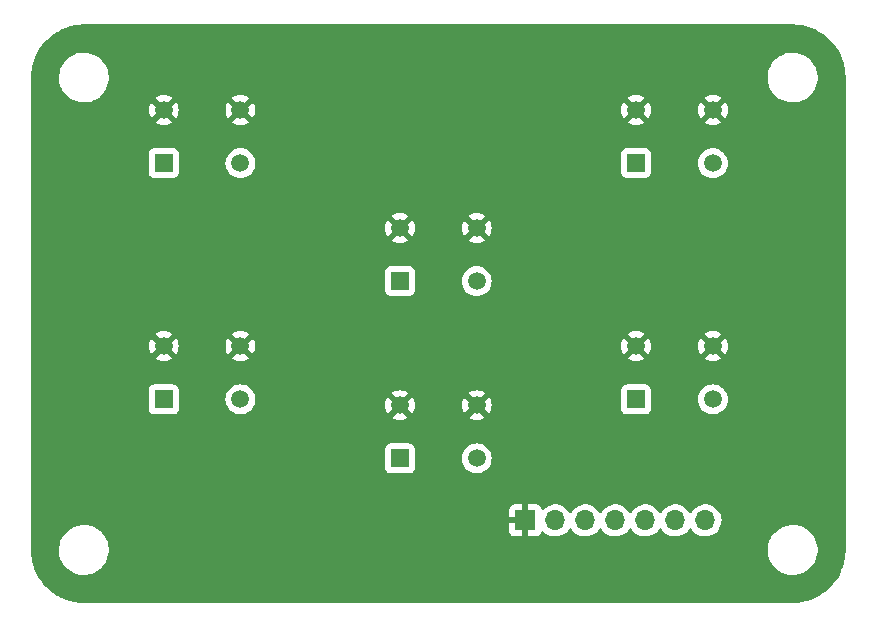
<source format=gbr>
%TF.GenerationSoftware,KiCad,Pcbnew,(6.0.9)*%
%TF.CreationDate,2023-03-01T09:46:18+01:00*%
%TF.ProjectId,input-panel,696e7075-742d-4706-916e-656c2e6b6963,rev?*%
%TF.SameCoordinates,Original*%
%TF.FileFunction,Copper,L2,Bot*%
%TF.FilePolarity,Positive*%
%FSLAX46Y46*%
G04 Gerber Fmt 4.6, Leading zero omitted, Abs format (unit mm)*
G04 Created by KiCad (PCBNEW (6.0.9)) date 2023-03-01 09:46:18*
%MOMM*%
%LPD*%
G01*
G04 APERTURE LIST*
%TA.AperFunction,ComponentPad*%
%ADD10R,1.508000X1.508000*%
%TD*%
%TA.AperFunction,ComponentPad*%
%ADD11C,1.508000*%
%TD*%
%TA.AperFunction,ComponentPad*%
%ADD12O,1.700000X1.700000*%
%TD*%
%TA.AperFunction,ComponentPad*%
%ADD13R,1.700000X1.700000*%
%TD*%
G04 APERTURE END LIST*
D10*
%TO.P,S6,1*%
%TO.N,Net-(J1-Pad7)*%
X159250000Y-84750000D03*
D11*
%TO.P,S6,2*%
X165750000Y-84750000D03*
%TO.P,S6,3*%
%TO.N,GND*%
X159250000Y-80250000D03*
%TO.P,S6,4*%
X165750000Y-80250000D03*
%TD*%
D10*
%TO.P,S5,1*%
%TO.N,Net-(J1-Pad6)*%
X159250000Y-104750000D03*
D11*
%TO.P,S5,2*%
X165750000Y-104750000D03*
%TO.P,S5,3*%
%TO.N,GND*%
X159250000Y-100250000D03*
%TO.P,S5,4*%
X165750000Y-100250000D03*
%TD*%
D10*
%TO.P,S4,1*%
%TO.N,Net-(J1-Pad5)*%
X119250000Y-104750000D03*
D11*
%TO.P,S4,2*%
X125750000Y-104750000D03*
%TO.P,S4,3*%
%TO.N,GND*%
X119250000Y-100250000D03*
%TO.P,S4,4*%
X125750000Y-100250000D03*
%TD*%
D10*
%TO.P,S3,1*%
%TO.N,Net-(J1-Pad4)*%
X139250000Y-94750000D03*
D11*
%TO.P,S3,2*%
X145750000Y-94750000D03*
%TO.P,S3,3*%
%TO.N,GND*%
X139250000Y-90250000D03*
%TO.P,S3,4*%
X145750000Y-90250000D03*
%TD*%
D10*
%TO.P,S2,1*%
%TO.N,Net-(J1-Pad3)*%
X139250000Y-109750000D03*
D11*
%TO.P,S2,2*%
X145750000Y-109750000D03*
%TO.P,S2,3*%
%TO.N,GND*%
X139250000Y-105250000D03*
%TO.P,S2,4*%
X145750000Y-105250000D03*
%TD*%
D10*
%TO.P,S1,1*%
%TO.N,Net-(J1-Pad2)*%
X119250000Y-84750000D03*
D11*
%TO.P,S1,2*%
X125750000Y-84750000D03*
%TO.P,S1,3*%
%TO.N,GND*%
X119250000Y-80250000D03*
%TO.P,S1,4*%
X125750000Y-80250000D03*
%TD*%
D12*
%TO.P,J1,7,Pin_7*%
%TO.N,Net-(J1-Pad7)*%
X165115000Y-115000000D03*
%TO.P,J1,6,Pin_6*%
%TO.N,Net-(J1-Pad6)*%
X162575000Y-115000000D03*
%TO.P,J1,5,Pin_5*%
%TO.N,Net-(J1-Pad5)*%
X160035000Y-115000000D03*
%TO.P,J1,4,Pin_4*%
%TO.N,Net-(J1-Pad4)*%
X157495000Y-115000000D03*
%TO.P,J1,3,Pin_3*%
%TO.N,Net-(J1-Pad3)*%
X154955000Y-115000000D03*
%TO.P,J1,2,Pin_2*%
%TO.N,Net-(J1-Pad2)*%
X152415000Y-115000000D03*
D13*
%TO.P,J1,1,Pin_1*%
%TO.N,GND*%
X149875000Y-115000000D03*
%TD*%
%TA.AperFunction,Conductor*%
%TO.N,GND*%
G36*
X172470018Y-73010000D02*
G01*
X172484851Y-73012310D01*
X172484855Y-73012310D01*
X172493724Y-73013691D01*
X172514183Y-73011016D01*
X172536007Y-73010072D01*
X172885965Y-73025352D01*
X172896913Y-73026310D01*
X173274498Y-73076019D01*
X173285307Y-73077926D01*
X173657114Y-73160353D01*
X173667731Y-73163198D01*
X174030939Y-73277718D01*
X174041254Y-73281471D01*
X174393123Y-73427220D01*
X174403067Y-73431858D01*
X174740867Y-73607705D01*
X174750387Y-73613201D01*
X175071574Y-73817820D01*
X175080578Y-73824124D01*
X175382716Y-74055962D01*
X175391137Y-74063028D01*
X175671914Y-74320314D01*
X175679686Y-74328086D01*
X175936972Y-74608863D01*
X175944038Y-74617284D01*
X176175876Y-74919422D01*
X176182180Y-74928426D01*
X176386799Y-75249613D01*
X176392294Y-75259132D01*
X176553752Y-75569288D01*
X176568138Y-75596924D01*
X176572780Y-75606877D01*
X176682422Y-75871577D01*
X176718526Y-75958739D01*
X176722282Y-75969061D01*
X176749877Y-76056579D01*
X176836802Y-76332268D01*
X176839647Y-76342885D01*
X176884339Y-76544476D01*
X176922073Y-76714685D01*
X176923981Y-76725502D01*
X176932239Y-76788230D01*
X176973690Y-77103086D01*
X176974648Y-77114036D01*
X176989603Y-77456552D01*
X176988223Y-77481429D01*
X176986309Y-77493724D01*
X176987473Y-77502626D01*
X176987473Y-77502628D01*
X176990436Y-77525283D01*
X176991500Y-77541621D01*
X176991500Y-117450633D01*
X176990000Y-117470018D01*
X176987690Y-117484851D01*
X176987690Y-117484855D01*
X176986309Y-117493724D01*
X176988984Y-117514183D01*
X176989928Y-117536007D01*
X176984742Y-117654784D01*
X176974648Y-117885964D01*
X176973690Y-117896913D01*
X176931696Y-118215898D01*
X176923982Y-118274490D01*
X176922074Y-118285307D01*
X176878292Y-118482799D01*
X176839647Y-118657114D01*
X176836802Y-118667731D01*
X176747910Y-118949661D01*
X176722285Y-119030932D01*
X176718529Y-119041254D01*
X176607329Y-119309715D01*
X176572784Y-119393114D01*
X176568142Y-119403067D01*
X176468815Y-119593873D01*
X176392295Y-119740867D01*
X176386799Y-119750387D01*
X176182180Y-120071574D01*
X176175876Y-120080578D01*
X175944038Y-120382716D01*
X175936972Y-120391137D01*
X175679686Y-120671914D01*
X175671914Y-120679686D01*
X175391137Y-120936972D01*
X175382716Y-120944038D01*
X175080578Y-121175876D01*
X175071574Y-121182180D01*
X174750387Y-121386799D01*
X174740868Y-121392294D01*
X174403067Y-121568142D01*
X174393123Y-121572780D01*
X174041254Y-121718529D01*
X174030939Y-121722282D01*
X173667732Y-121836802D01*
X173657115Y-121839647D01*
X173285307Y-121922074D01*
X173274498Y-121923981D01*
X172896914Y-121973690D01*
X172885965Y-121974648D01*
X172543446Y-121989603D01*
X172518571Y-121988223D01*
X172506276Y-121986309D01*
X172497374Y-121987473D01*
X172497372Y-121987473D01*
X172482323Y-121989441D01*
X172474714Y-121990436D01*
X172458379Y-121991500D01*
X112549367Y-121991500D01*
X112529982Y-121990000D01*
X112515149Y-121987690D01*
X112515145Y-121987690D01*
X112506276Y-121986309D01*
X112485817Y-121988984D01*
X112463993Y-121989928D01*
X112114035Y-121974648D01*
X112103086Y-121973690D01*
X111725502Y-121923981D01*
X111714693Y-121922074D01*
X111342885Y-121839647D01*
X111332268Y-121836802D01*
X110969061Y-121722282D01*
X110958746Y-121718529D01*
X110606877Y-121572780D01*
X110596933Y-121568142D01*
X110259132Y-121392294D01*
X110249613Y-121386799D01*
X109928426Y-121182180D01*
X109919422Y-121175876D01*
X109617284Y-120944038D01*
X109608863Y-120936972D01*
X109328086Y-120679686D01*
X109320314Y-120671914D01*
X109063028Y-120391137D01*
X109055962Y-120382716D01*
X108824124Y-120080578D01*
X108817820Y-120071574D01*
X108613201Y-119750387D01*
X108607705Y-119740867D01*
X108531185Y-119593873D01*
X108431858Y-119403067D01*
X108427216Y-119393114D01*
X108392672Y-119309715D01*
X108281471Y-119041254D01*
X108277715Y-119030932D01*
X108252091Y-118949661D01*
X108163198Y-118667731D01*
X108160353Y-118657114D01*
X108121708Y-118482799D01*
X108077926Y-118285307D01*
X108076018Y-118274490D01*
X108068305Y-118215898D01*
X108026310Y-117896913D01*
X108025352Y-117885964D01*
X108015258Y-117654784D01*
X108014294Y-117632703D01*
X110390743Y-117632703D01*
X110428268Y-117917734D01*
X110504129Y-118195036D01*
X110505813Y-118198984D01*
X110594730Y-118407445D01*
X110616923Y-118459476D01*
X110628693Y-118479142D01*
X110741562Y-118667732D01*
X110764561Y-118706161D01*
X110944313Y-118930528D01*
X111152851Y-119128423D01*
X111175787Y-119144904D01*
X111377898Y-119290136D01*
X111386317Y-119296186D01*
X111390112Y-119298195D01*
X111390113Y-119298196D01*
X111411869Y-119309715D01*
X111640392Y-119430712D01*
X111910373Y-119529511D01*
X112191264Y-119590755D01*
X112219841Y-119593004D01*
X112414282Y-119608307D01*
X112414291Y-119608307D01*
X112416739Y-119608500D01*
X112572271Y-119608500D01*
X112574407Y-119608354D01*
X112574418Y-119608354D01*
X112782548Y-119594165D01*
X112782554Y-119594164D01*
X112786825Y-119593873D01*
X112791020Y-119593004D01*
X112791022Y-119593004D01*
X112927583Y-119564724D01*
X113068342Y-119535574D01*
X113339343Y-119439607D01*
X113594812Y-119307750D01*
X113598313Y-119305289D01*
X113598317Y-119305287D01*
X113712418Y-119225095D01*
X113830023Y-119142441D01*
X113908403Y-119069606D01*
X114037479Y-118949661D01*
X114037481Y-118949658D01*
X114040622Y-118946740D01*
X114222713Y-118724268D01*
X114372927Y-118479142D01*
X114488483Y-118215898D01*
X114567244Y-117939406D01*
X114607751Y-117654784D01*
X114607845Y-117636951D01*
X114607867Y-117632703D01*
X170390743Y-117632703D01*
X170428268Y-117917734D01*
X170504129Y-118195036D01*
X170505813Y-118198984D01*
X170594730Y-118407445D01*
X170616923Y-118459476D01*
X170628693Y-118479142D01*
X170741562Y-118667732D01*
X170764561Y-118706161D01*
X170944313Y-118930528D01*
X171152851Y-119128423D01*
X171175787Y-119144904D01*
X171377898Y-119290136D01*
X171386317Y-119296186D01*
X171390112Y-119298195D01*
X171390113Y-119298196D01*
X171411869Y-119309715D01*
X171640392Y-119430712D01*
X171910373Y-119529511D01*
X172191264Y-119590755D01*
X172219841Y-119593004D01*
X172414282Y-119608307D01*
X172414291Y-119608307D01*
X172416739Y-119608500D01*
X172572271Y-119608500D01*
X172574407Y-119608354D01*
X172574418Y-119608354D01*
X172782548Y-119594165D01*
X172782554Y-119594164D01*
X172786825Y-119593873D01*
X172791020Y-119593004D01*
X172791022Y-119593004D01*
X172927583Y-119564724D01*
X173068342Y-119535574D01*
X173339343Y-119439607D01*
X173594812Y-119307750D01*
X173598313Y-119305289D01*
X173598317Y-119305287D01*
X173712418Y-119225095D01*
X173830023Y-119142441D01*
X173908403Y-119069606D01*
X174037479Y-118949661D01*
X174037481Y-118949658D01*
X174040622Y-118946740D01*
X174222713Y-118724268D01*
X174372927Y-118479142D01*
X174488483Y-118215898D01*
X174567244Y-117939406D01*
X174607751Y-117654784D01*
X174607845Y-117636951D01*
X174609235Y-117371583D01*
X174609235Y-117371576D01*
X174609257Y-117367297D01*
X174571732Y-117082266D01*
X174495871Y-116804964D01*
X174383077Y-116540524D01*
X174271299Y-116353757D01*
X174237643Y-116297521D01*
X174237640Y-116297517D01*
X174235439Y-116293839D01*
X174055687Y-116069472D01*
X173900482Y-115922188D01*
X173850258Y-115874527D01*
X173850255Y-115874525D01*
X173847149Y-115871577D01*
X173657064Y-115734987D01*
X173617172Y-115706321D01*
X173617171Y-115706320D01*
X173613683Y-115703814D01*
X173591843Y-115692250D01*
X173530663Y-115659857D01*
X173359608Y-115569288D01*
X173187903Y-115506453D01*
X173093658Y-115471964D01*
X173093656Y-115471963D01*
X173089627Y-115470489D01*
X172808736Y-115409245D01*
X172777685Y-115406801D01*
X172585718Y-115391693D01*
X172585709Y-115391693D01*
X172583261Y-115391500D01*
X172427729Y-115391500D01*
X172425593Y-115391646D01*
X172425582Y-115391646D01*
X172217452Y-115405835D01*
X172217446Y-115405836D01*
X172213175Y-115406127D01*
X172208980Y-115406996D01*
X172208978Y-115406996D01*
X172072417Y-115435276D01*
X171931658Y-115464426D01*
X171660657Y-115560393D01*
X171405188Y-115692250D01*
X171401687Y-115694711D01*
X171401683Y-115694713D01*
X171385167Y-115706321D01*
X171169977Y-115857559D01*
X171154892Y-115871577D01*
X170976307Y-116037529D01*
X170959378Y-116053260D01*
X170777287Y-116275732D01*
X170627073Y-116520858D01*
X170511517Y-116784102D01*
X170432756Y-117060594D01*
X170392249Y-117345216D01*
X170392227Y-117349505D01*
X170392226Y-117349512D01*
X170390765Y-117628417D01*
X170390743Y-117632703D01*
X114607867Y-117632703D01*
X114609235Y-117371583D01*
X114609235Y-117371576D01*
X114609257Y-117367297D01*
X114571732Y-117082266D01*
X114495871Y-116804964D01*
X114383077Y-116540524D01*
X114271299Y-116353757D01*
X114237643Y-116297521D01*
X114237640Y-116297517D01*
X114235439Y-116293839D01*
X114055687Y-116069472D01*
X113900482Y-115922188D01*
X113871483Y-115894669D01*
X148517001Y-115894669D01*
X148517371Y-115901490D01*
X148522895Y-115952352D01*
X148526521Y-115967604D01*
X148571676Y-116088054D01*
X148580214Y-116103649D01*
X148656715Y-116205724D01*
X148669276Y-116218285D01*
X148771351Y-116294786D01*
X148786946Y-116303324D01*
X148907394Y-116348478D01*
X148922649Y-116352105D01*
X148973514Y-116357631D01*
X148980328Y-116358000D01*
X149602885Y-116358000D01*
X149618124Y-116353525D01*
X149619329Y-116352135D01*
X149621000Y-116344452D01*
X149621000Y-116339884D01*
X150129000Y-116339884D01*
X150133475Y-116355123D01*
X150134865Y-116356328D01*
X150142548Y-116357999D01*
X150769669Y-116357999D01*
X150776490Y-116357629D01*
X150827352Y-116352105D01*
X150842604Y-116348479D01*
X150963054Y-116303324D01*
X150978649Y-116294786D01*
X151080724Y-116218285D01*
X151093285Y-116205724D01*
X151169786Y-116103649D01*
X151178324Y-116088054D01*
X151219225Y-115978952D01*
X151261867Y-115922188D01*
X151328428Y-115897488D01*
X151397777Y-115912696D01*
X151432444Y-115940684D01*
X151457865Y-115970031D01*
X151457869Y-115970035D01*
X151461250Y-115973938D01*
X151633126Y-116116632D01*
X151826000Y-116229338D01*
X152034692Y-116309030D01*
X152039760Y-116310061D01*
X152039763Y-116310062D01*
X152147017Y-116331883D01*
X152253597Y-116353567D01*
X152258772Y-116353757D01*
X152258774Y-116353757D01*
X152471673Y-116361564D01*
X152471677Y-116361564D01*
X152476837Y-116361753D01*
X152481957Y-116361097D01*
X152481959Y-116361097D01*
X152693288Y-116334025D01*
X152693289Y-116334025D01*
X152698416Y-116333368D01*
X152703366Y-116331883D01*
X152907429Y-116270661D01*
X152907434Y-116270659D01*
X152912384Y-116269174D01*
X153112994Y-116170896D01*
X153294860Y-116041173D01*
X153453096Y-115883489D01*
X153471729Y-115857559D01*
X153583453Y-115702077D01*
X153584776Y-115703028D01*
X153631645Y-115659857D01*
X153701580Y-115647625D01*
X153767026Y-115675144D01*
X153794875Y-115706994D01*
X153854987Y-115805088D01*
X154001250Y-115973938D01*
X154173126Y-116116632D01*
X154366000Y-116229338D01*
X154574692Y-116309030D01*
X154579760Y-116310061D01*
X154579763Y-116310062D01*
X154687017Y-116331883D01*
X154793597Y-116353567D01*
X154798772Y-116353757D01*
X154798774Y-116353757D01*
X155011673Y-116361564D01*
X155011677Y-116361564D01*
X155016837Y-116361753D01*
X155021957Y-116361097D01*
X155021959Y-116361097D01*
X155233288Y-116334025D01*
X155233289Y-116334025D01*
X155238416Y-116333368D01*
X155243366Y-116331883D01*
X155447429Y-116270661D01*
X155447434Y-116270659D01*
X155452384Y-116269174D01*
X155652994Y-116170896D01*
X155834860Y-116041173D01*
X155993096Y-115883489D01*
X156011729Y-115857559D01*
X156123453Y-115702077D01*
X156124776Y-115703028D01*
X156171645Y-115659857D01*
X156241580Y-115647625D01*
X156307026Y-115675144D01*
X156334875Y-115706994D01*
X156394987Y-115805088D01*
X156541250Y-115973938D01*
X156713126Y-116116632D01*
X156906000Y-116229338D01*
X157114692Y-116309030D01*
X157119760Y-116310061D01*
X157119763Y-116310062D01*
X157227017Y-116331883D01*
X157333597Y-116353567D01*
X157338772Y-116353757D01*
X157338774Y-116353757D01*
X157551673Y-116361564D01*
X157551677Y-116361564D01*
X157556837Y-116361753D01*
X157561957Y-116361097D01*
X157561959Y-116361097D01*
X157773288Y-116334025D01*
X157773289Y-116334025D01*
X157778416Y-116333368D01*
X157783366Y-116331883D01*
X157987429Y-116270661D01*
X157987434Y-116270659D01*
X157992384Y-116269174D01*
X158192994Y-116170896D01*
X158374860Y-116041173D01*
X158533096Y-115883489D01*
X158551729Y-115857559D01*
X158663453Y-115702077D01*
X158664776Y-115703028D01*
X158711645Y-115659857D01*
X158781580Y-115647625D01*
X158847026Y-115675144D01*
X158874875Y-115706994D01*
X158934987Y-115805088D01*
X159081250Y-115973938D01*
X159253126Y-116116632D01*
X159446000Y-116229338D01*
X159654692Y-116309030D01*
X159659760Y-116310061D01*
X159659763Y-116310062D01*
X159767017Y-116331883D01*
X159873597Y-116353567D01*
X159878772Y-116353757D01*
X159878774Y-116353757D01*
X160091673Y-116361564D01*
X160091677Y-116361564D01*
X160096837Y-116361753D01*
X160101957Y-116361097D01*
X160101959Y-116361097D01*
X160313288Y-116334025D01*
X160313289Y-116334025D01*
X160318416Y-116333368D01*
X160323366Y-116331883D01*
X160527429Y-116270661D01*
X160527434Y-116270659D01*
X160532384Y-116269174D01*
X160732994Y-116170896D01*
X160914860Y-116041173D01*
X161073096Y-115883489D01*
X161091729Y-115857559D01*
X161203453Y-115702077D01*
X161204776Y-115703028D01*
X161251645Y-115659857D01*
X161321580Y-115647625D01*
X161387026Y-115675144D01*
X161414875Y-115706994D01*
X161474987Y-115805088D01*
X161621250Y-115973938D01*
X161793126Y-116116632D01*
X161986000Y-116229338D01*
X162194692Y-116309030D01*
X162199760Y-116310061D01*
X162199763Y-116310062D01*
X162307017Y-116331883D01*
X162413597Y-116353567D01*
X162418772Y-116353757D01*
X162418774Y-116353757D01*
X162631673Y-116361564D01*
X162631677Y-116361564D01*
X162636837Y-116361753D01*
X162641957Y-116361097D01*
X162641959Y-116361097D01*
X162853288Y-116334025D01*
X162853289Y-116334025D01*
X162858416Y-116333368D01*
X162863366Y-116331883D01*
X163067429Y-116270661D01*
X163067434Y-116270659D01*
X163072384Y-116269174D01*
X163272994Y-116170896D01*
X163454860Y-116041173D01*
X163613096Y-115883489D01*
X163631729Y-115857559D01*
X163743453Y-115702077D01*
X163744776Y-115703028D01*
X163791645Y-115659857D01*
X163861580Y-115647625D01*
X163927026Y-115675144D01*
X163954875Y-115706994D01*
X164014987Y-115805088D01*
X164161250Y-115973938D01*
X164333126Y-116116632D01*
X164526000Y-116229338D01*
X164734692Y-116309030D01*
X164739760Y-116310061D01*
X164739763Y-116310062D01*
X164847017Y-116331883D01*
X164953597Y-116353567D01*
X164958772Y-116353757D01*
X164958774Y-116353757D01*
X165171673Y-116361564D01*
X165171677Y-116361564D01*
X165176837Y-116361753D01*
X165181957Y-116361097D01*
X165181959Y-116361097D01*
X165393288Y-116334025D01*
X165393289Y-116334025D01*
X165398416Y-116333368D01*
X165403366Y-116331883D01*
X165607429Y-116270661D01*
X165607434Y-116270659D01*
X165612384Y-116269174D01*
X165812994Y-116170896D01*
X165994860Y-116041173D01*
X166153096Y-115883489D01*
X166171729Y-115857559D01*
X166280435Y-115706277D01*
X166283453Y-115702077D01*
X166287093Y-115694713D01*
X166380136Y-115506453D01*
X166380137Y-115506451D01*
X166382430Y-115501811D01*
X166447370Y-115288069D01*
X166476529Y-115066590D01*
X166478156Y-115000000D01*
X166459852Y-114777361D01*
X166405431Y-114560702D01*
X166316354Y-114355840D01*
X166195014Y-114168277D01*
X166044670Y-114003051D01*
X166040619Y-113999852D01*
X166040615Y-113999848D01*
X165873414Y-113867800D01*
X165873410Y-113867798D01*
X165869359Y-113864598D01*
X165673789Y-113756638D01*
X165668920Y-113754914D01*
X165668916Y-113754912D01*
X165468087Y-113683795D01*
X165468083Y-113683794D01*
X165463212Y-113682069D01*
X165458119Y-113681162D01*
X165458116Y-113681161D01*
X165248373Y-113643800D01*
X165248367Y-113643799D01*
X165243284Y-113642894D01*
X165169452Y-113641992D01*
X165025081Y-113640228D01*
X165025079Y-113640228D01*
X165019911Y-113640165D01*
X164799091Y-113673955D01*
X164586756Y-113743357D01*
X164388607Y-113846507D01*
X164384474Y-113849610D01*
X164384471Y-113849612D01*
X164301450Y-113911946D01*
X164209965Y-113980635D01*
X164055629Y-114142138D01*
X163948201Y-114299621D01*
X163893293Y-114344621D01*
X163822768Y-114352792D01*
X163759021Y-114321538D01*
X163738324Y-114297054D01*
X163657822Y-114172617D01*
X163657820Y-114172614D01*
X163655014Y-114168277D01*
X163504670Y-114003051D01*
X163500619Y-113999852D01*
X163500615Y-113999848D01*
X163333414Y-113867800D01*
X163333410Y-113867798D01*
X163329359Y-113864598D01*
X163133789Y-113756638D01*
X163128920Y-113754914D01*
X163128916Y-113754912D01*
X162928087Y-113683795D01*
X162928083Y-113683794D01*
X162923212Y-113682069D01*
X162918119Y-113681162D01*
X162918116Y-113681161D01*
X162708373Y-113643800D01*
X162708367Y-113643799D01*
X162703284Y-113642894D01*
X162629452Y-113641992D01*
X162485081Y-113640228D01*
X162485079Y-113640228D01*
X162479911Y-113640165D01*
X162259091Y-113673955D01*
X162046756Y-113743357D01*
X161848607Y-113846507D01*
X161844474Y-113849610D01*
X161844471Y-113849612D01*
X161761450Y-113911946D01*
X161669965Y-113980635D01*
X161515629Y-114142138D01*
X161408201Y-114299621D01*
X161353293Y-114344621D01*
X161282768Y-114352792D01*
X161219021Y-114321538D01*
X161198324Y-114297054D01*
X161117822Y-114172617D01*
X161117820Y-114172614D01*
X161115014Y-114168277D01*
X160964670Y-114003051D01*
X160960619Y-113999852D01*
X160960615Y-113999848D01*
X160793414Y-113867800D01*
X160793410Y-113867798D01*
X160789359Y-113864598D01*
X160593789Y-113756638D01*
X160588920Y-113754914D01*
X160588916Y-113754912D01*
X160388087Y-113683795D01*
X160388083Y-113683794D01*
X160383212Y-113682069D01*
X160378119Y-113681162D01*
X160378116Y-113681161D01*
X160168373Y-113643800D01*
X160168367Y-113643799D01*
X160163284Y-113642894D01*
X160089452Y-113641992D01*
X159945081Y-113640228D01*
X159945079Y-113640228D01*
X159939911Y-113640165D01*
X159719091Y-113673955D01*
X159506756Y-113743357D01*
X159308607Y-113846507D01*
X159304474Y-113849610D01*
X159304471Y-113849612D01*
X159221450Y-113911946D01*
X159129965Y-113980635D01*
X158975629Y-114142138D01*
X158868201Y-114299621D01*
X158813293Y-114344621D01*
X158742768Y-114352792D01*
X158679021Y-114321538D01*
X158658324Y-114297054D01*
X158577822Y-114172617D01*
X158577820Y-114172614D01*
X158575014Y-114168277D01*
X158424670Y-114003051D01*
X158420619Y-113999852D01*
X158420615Y-113999848D01*
X158253414Y-113867800D01*
X158253410Y-113867798D01*
X158249359Y-113864598D01*
X158053789Y-113756638D01*
X158048920Y-113754914D01*
X158048916Y-113754912D01*
X157848087Y-113683795D01*
X157848083Y-113683794D01*
X157843212Y-113682069D01*
X157838119Y-113681162D01*
X157838116Y-113681161D01*
X157628373Y-113643800D01*
X157628367Y-113643799D01*
X157623284Y-113642894D01*
X157549452Y-113641992D01*
X157405081Y-113640228D01*
X157405079Y-113640228D01*
X157399911Y-113640165D01*
X157179091Y-113673955D01*
X156966756Y-113743357D01*
X156768607Y-113846507D01*
X156764474Y-113849610D01*
X156764471Y-113849612D01*
X156681450Y-113911946D01*
X156589965Y-113980635D01*
X156435629Y-114142138D01*
X156328201Y-114299621D01*
X156273293Y-114344621D01*
X156202768Y-114352792D01*
X156139021Y-114321538D01*
X156118324Y-114297054D01*
X156037822Y-114172617D01*
X156037820Y-114172614D01*
X156035014Y-114168277D01*
X155884670Y-114003051D01*
X155880619Y-113999852D01*
X155880615Y-113999848D01*
X155713414Y-113867800D01*
X155713410Y-113867798D01*
X155709359Y-113864598D01*
X155513789Y-113756638D01*
X155508920Y-113754914D01*
X155508916Y-113754912D01*
X155308087Y-113683795D01*
X155308083Y-113683794D01*
X155303212Y-113682069D01*
X155298119Y-113681162D01*
X155298116Y-113681161D01*
X155088373Y-113643800D01*
X155088367Y-113643799D01*
X155083284Y-113642894D01*
X155009452Y-113641992D01*
X154865081Y-113640228D01*
X154865079Y-113640228D01*
X154859911Y-113640165D01*
X154639091Y-113673955D01*
X154426756Y-113743357D01*
X154228607Y-113846507D01*
X154224474Y-113849610D01*
X154224471Y-113849612D01*
X154141450Y-113911946D01*
X154049965Y-113980635D01*
X153895629Y-114142138D01*
X153788201Y-114299621D01*
X153733293Y-114344621D01*
X153662768Y-114352792D01*
X153599021Y-114321538D01*
X153578324Y-114297054D01*
X153497822Y-114172617D01*
X153497820Y-114172614D01*
X153495014Y-114168277D01*
X153344670Y-114003051D01*
X153340619Y-113999852D01*
X153340615Y-113999848D01*
X153173414Y-113867800D01*
X153173410Y-113867798D01*
X153169359Y-113864598D01*
X152973789Y-113756638D01*
X152968920Y-113754914D01*
X152968916Y-113754912D01*
X152768087Y-113683795D01*
X152768083Y-113683794D01*
X152763212Y-113682069D01*
X152758119Y-113681162D01*
X152758116Y-113681161D01*
X152548373Y-113643800D01*
X152548367Y-113643799D01*
X152543284Y-113642894D01*
X152469452Y-113641992D01*
X152325081Y-113640228D01*
X152325079Y-113640228D01*
X152319911Y-113640165D01*
X152099091Y-113673955D01*
X151886756Y-113743357D01*
X151688607Y-113846507D01*
X151684474Y-113849610D01*
X151684471Y-113849612D01*
X151601450Y-113911946D01*
X151509965Y-113980635D01*
X151506393Y-113984373D01*
X151428898Y-114065466D01*
X151367374Y-114100895D01*
X151296462Y-114097438D01*
X151238676Y-114056192D01*
X151219823Y-114022644D01*
X151178324Y-113911946D01*
X151169786Y-113896351D01*
X151093285Y-113794276D01*
X151080724Y-113781715D01*
X150978649Y-113705214D01*
X150963054Y-113696676D01*
X150842606Y-113651522D01*
X150827351Y-113647895D01*
X150776486Y-113642369D01*
X150769672Y-113642000D01*
X150147115Y-113642000D01*
X150131876Y-113646475D01*
X150130671Y-113647865D01*
X150129000Y-113655548D01*
X150129000Y-116339884D01*
X149621000Y-116339884D01*
X149621000Y-115272115D01*
X149616525Y-115256876D01*
X149615135Y-115255671D01*
X149607452Y-115254000D01*
X148535116Y-115254000D01*
X148519877Y-115258475D01*
X148518672Y-115259865D01*
X148517001Y-115267548D01*
X148517001Y-115894669D01*
X113871483Y-115894669D01*
X113850258Y-115874527D01*
X113850255Y-115874525D01*
X113847149Y-115871577D01*
X113657064Y-115734987D01*
X113617172Y-115706321D01*
X113617171Y-115706320D01*
X113613683Y-115703814D01*
X113591843Y-115692250D01*
X113530663Y-115659857D01*
X113359608Y-115569288D01*
X113187903Y-115506453D01*
X113093658Y-115471964D01*
X113093656Y-115471963D01*
X113089627Y-115470489D01*
X112808736Y-115409245D01*
X112777685Y-115406801D01*
X112585718Y-115391693D01*
X112585709Y-115391693D01*
X112583261Y-115391500D01*
X112427729Y-115391500D01*
X112425593Y-115391646D01*
X112425582Y-115391646D01*
X112217452Y-115405835D01*
X112217446Y-115405836D01*
X112213175Y-115406127D01*
X112208980Y-115406996D01*
X112208978Y-115406996D01*
X112072417Y-115435276D01*
X111931658Y-115464426D01*
X111660657Y-115560393D01*
X111405188Y-115692250D01*
X111401687Y-115694711D01*
X111401683Y-115694713D01*
X111385167Y-115706321D01*
X111169977Y-115857559D01*
X111154892Y-115871577D01*
X110976307Y-116037529D01*
X110959378Y-116053260D01*
X110777287Y-116275732D01*
X110627073Y-116520858D01*
X110511517Y-116784102D01*
X110432756Y-117060594D01*
X110392249Y-117345216D01*
X110392227Y-117349505D01*
X110392226Y-117349512D01*
X110390765Y-117628417D01*
X110390743Y-117632703D01*
X108014294Y-117632703D01*
X108010561Y-117547206D01*
X108012188Y-117520805D01*
X108012769Y-117517352D01*
X108012770Y-117517345D01*
X108013576Y-117512552D01*
X108013729Y-117500000D01*
X108009773Y-117472376D01*
X108008500Y-117454514D01*
X108008500Y-114727885D01*
X148517000Y-114727885D01*
X148521475Y-114743124D01*
X148522865Y-114744329D01*
X148530548Y-114746000D01*
X149602885Y-114746000D01*
X149618124Y-114741525D01*
X149619329Y-114740135D01*
X149621000Y-114732452D01*
X149621000Y-113660116D01*
X149616525Y-113644877D01*
X149615135Y-113643672D01*
X149607452Y-113642001D01*
X148980331Y-113642001D01*
X148973510Y-113642371D01*
X148922648Y-113647895D01*
X148907396Y-113651521D01*
X148786946Y-113696676D01*
X148771351Y-113705214D01*
X148669276Y-113781715D01*
X148656715Y-113794276D01*
X148580214Y-113896351D01*
X148571676Y-113911946D01*
X148526522Y-114032394D01*
X148522895Y-114047649D01*
X148517369Y-114098514D01*
X148517000Y-114105328D01*
X148517000Y-114727885D01*
X108008500Y-114727885D01*
X108008500Y-110552134D01*
X137987500Y-110552134D01*
X137994255Y-110614316D01*
X138045385Y-110750705D01*
X138132739Y-110867261D01*
X138249295Y-110954615D01*
X138385684Y-111005745D01*
X138447866Y-111012500D01*
X140052134Y-111012500D01*
X140114316Y-111005745D01*
X140250705Y-110954615D01*
X140367261Y-110867261D01*
X140454615Y-110750705D01*
X140505745Y-110614316D01*
X140512500Y-110552134D01*
X140512500Y-109750000D01*
X144482677Y-109750000D01*
X144501930Y-109970068D01*
X144559106Y-110183450D01*
X144652466Y-110383661D01*
X144779174Y-110564620D01*
X144935380Y-110720826D01*
X144939888Y-110723983D01*
X144939891Y-110723985D01*
X144988314Y-110757891D01*
X145116338Y-110847534D01*
X145121320Y-110849857D01*
X145121325Y-110849860D01*
X145311568Y-110938571D01*
X145316550Y-110940894D01*
X145321858Y-110942316D01*
X145321860Y-110942317D01*
X145347656Y-110949229D01*
X145529932Y-110998070D01*
X145750000Y-111017323D01*
X145970068Y-110998070D01*
X146152344Y-110949229D01*
X146178140Y-110942317D01*
X146178142Y-110942316D01*
X146183450Y-110940894D01*
X146188432Y-110938571D01*
X146378675Y-110849860D01*
X146378680Y-110849857D01*
X146383662Y-110847534D01*
X146511686Y-110757891D01*
X146560109Y-110723985D01*
X146560112Y-110723983D01*
X146564620Y-110720826D01*
X146720826Y-110564620D01*
X146847534Y-110383661D01*
X146940894Y-110183450D01*
X146998070Y-109970068D01*
X147017323Y-109750000D01*
X146998070Y-109529932D01*
X146940894Y-109316550D01*
X146847534Y-109116339D01*
X146720826Y-108935380D01*
X146564620Y-108779174D01*
X146560112Y-108776017D01*
X146560109Y-108776015D01*
X146388171Y-108655623D01*
X146388168Y-108655621D01*
X146383662Y-108652466D01*
X146378680Y-108650143D01*
X146378675Y-108650140D01*
X146188432Y-108561429D01*
X146188431Y-108561429D01*
X146183450Y-108559106D01*
X146178142Y-108557684D01*
X146178140Y-108557683D01*
X146112748Y-108540161D01*
X145970068Y-108501930D01*
X145750000Y-108482677D01*
X145529932Y-108501930D01*
X145387252Y-108540161D01*
X145321860Y-108557683D01*
X145321858Y-108557684D01*
X145316550Y-108559106D01*
X145311569Y-108561428D01*
X145311568Y-108561429D01*
X145121320Y-108650143D01*
X145121317Y-108650145D01*
X145116339Y-108652466D01*
X144935380Y-108779174D01*
X144779174Y-108935380D01*
X144652466Y-109116339D01*
X144559106Y-109316550D01*
X144501930Y-109529932D01*
X144482677Y-109750000D01*
X140512500Y-109750000D01*
X140512500Y-108947866D01*
X140505745Y-108885684D01*
X140454615Y-108749295D01*
X140367261Y-108632739D01*
X140250705Y-108545385D01*
X140114316Y-108494255D01*
X140052134Y-108487500D01*
X138447866Y-108487500D01*
X138385684Y-108494255D01*
X138249295Y-108545385D01*
X138132739Y-108632739D01*
X138045385Y-108749295D01*
X137994255Y-108885684D01*
X137987500Y-108947866D01*
X137987500Y-110552134D01*
X108008500Y-110552134D01*
X108008500Y-106303034D01*
X138561521Y-106303034D01*
X138570817Y-106315049D01*
X138612081Y-106343942D01*
X138621576Y-106349425D01*
X138811740Y-106438099D01*
X138822032Y-106441845D01*
X139024704Y-106496151D01*
X139035499Y-106498054D01*
X139244525Y-106516342D01*
X139255475Y-106516342D01*
X139464501Y-106498054D01*
X139475296Y-106496151D01*
X139677968Y-106441845D01*
X139688260Y-106438099D01*
X139878424Y-106349425D01*
X139887919Y-106343942D01*
X139930021Y-106314462D01*
X139938396Y-106303985D01*
X139937896Y-106303034D01*
X145061521Y-106303034D01*
X145070817Y-106315049D01*
X145112081Y-106343942D01*
X145121576Y-106349425D01*
X145311740Y-106438099D01*
X145322032Y-106441845D01*
X145524704Y-106496151D01*
X145535499Y-106498054D01*
X145744525Y-106516342D01*
X145755475Y-106516342D01*
X145964501Y-106498054D01*
X145975296Y-106496151D01*
X146177968Y-106441845D01*
X146188260Y-106438099D01*
X146378424Y-106349425D01*
X146387919Y-106343942D01*
X146430021Y-106314462D01*
X146438396Y-106303985D01*
X146431328Y-106290538D01*
X145762812Y-105622022D01*
X145748868Y-105614408D01*
X145747035Y-105614539D01*
X145740420Y-105618790D01*
X145067951Y-106291259D01*
X145061521Y-106303034D01*
X139937896Y-106303034D01*
X139931328Y-106290538D01*
X139262812Y-105622022D01*
X139248868Y-105614408D01*
X139247035Y-105614539D01*
X139240420Y-105618790D01*
X138567951Y-106291259D01*
X138561521Y-106303034D01*
X108008500Y-106303034D01*
X108008500Y-105552134D01*
X117987500Y-105552134D01*
X117994255Y-105614316D01*
X118045385Y-105750705D01*
X118132739Y-105867261D01*
X118249295Y-105954615D01*
X118385684Y-106005745D01*
X118447866Y-106012500D01*
X120052134Y-106012500D01*
X120114316Y-106005745D01*
X120250705Y-105954615D01*
X120367261Y-105867261D01*
X120454615Y-105750705D01*
X120505745Y-105614316D01*
X120512500Y-105552134D01*
X120512500Y-104750000D01*
X124482677Y-104750000D01*
X124501930Y-104970068D01*
X124559106Y-105183450D01*
X124561428Y-105188431D01*
X124561429Y-105188432D01*
X124590667Y-105251132D01*
X124652466Y-105383661D01*
X124779174Y-105564620D01*
X124935380Y-105720826D01*
X124939888Y-105723983D01*
X124939891Y-105723985D01*
X124988314Y-105757891D01*
X125116338Y-105847534D01*
X125121320Y-105849857D01*
X125121325Y-105849860D01*
X125311193Y-105938396D01*
X125316550Y-105940894D01*
X125321858Y-105942316D01*
X125321860Y-105942317D01*
X125347656Y-105949229D01*
X125529932Y-105998070D01*
X125750000Y-106017323D01*
X125970068Y-105998070D01*
X126152344Y-105949229D01*
X126178140Y-105942317D01*
X126178142Y-105942316D01*
X126183450Y-105940894D01*
X126188807Y-105938396D01*
X126378675Y-105849860D01*
X126378680Y-105849857D01*
X126383662Y-105847534D01*
X126511686Y-105757891D01*
X126560109Y-105723985D01*
X126560112Y-105723983D01*
X126564620Y-105720826D01*
X126720826Y-105564620D01*
X126847534Y-105383661D01*
X126907309Y-105255475D01*
X137983658Y-105255475D01*
X138001946Y-105464501D01*
X138003849Y-105475296D01*
X138058155Y-105677968D01*
X138061901Y-105688260D01*
X138150577Y-105878425D01*
X138156055Y-105887915D01*
X138185539Y-105930022D01*
X138196015Y-105938396D01*
X138209463Y-105931327D01*
X138877978Y-105262812D01*
X138884356Y-105251132D01*
X139614408Y-105251132D01*
X139614539Y-105252965D01*
X139618790Y-105259580D01*
X140291259Y-105932049D01*
X140303033Y-105938479D01*
X140315049Y-105929183D01*
X140343945Y-105887915D01*
X140349423Y-105878425D01*
X140438099Y-105688260D01*
X140441845Y-105677968D01*
X140496151Y-105475296D01*
X140498054Y-105464501D01*
X140516342Y-105255475D01*
X144483658Y-105255475D01*
X144501946Y-105464501D01*
X144503849Y-105475296D01*
X144558155Y-105677968D01*
X144561901Y-105688260D01*
X144650577Y-105878425D01*
X144656055Y-105887915D01*
X144685539Y-105930022D01*
X144696015Y-105938396D01*
X144709463Y-105931327D01*
X145377978Y-105262812D01*
X145384356Y-105251132D01*
X146114408Y-105251132D01*
X146114539Y-105252965D01*
X146118790Y-105259580D01*
X146791259Y-105932049D01*
X146803033Y-105938479D01*
X146815049Y-105929183D01*
X146843945Y-105887915D01*
X146849423Y-105878425D01*
X146938099Y-105688260D01*
X146941845Y-105677968D01*
X146975562Y-105552134D01*
X157987500Y-105552134D01*
X157994255Y-105614316D01*
X158045385Y-105750705D01*
X158132739Y-105867261D01*
X158249295Y-105954615D01*
X158385684Y-106005745D01*
X158447866Y-106012500D01*
X160052134Y-106012500D01*
X160114316Y-106005745D01*
X160250705Y-105954615D01*
X160367261Y-105867261D01*
X160454615Y-105750705D01*
X160505745Y-105614316D01*
X160512500Y-105552134D01*
X160512500Y-104750000D01*
X164482677Y-104750000D01*
X164501930Y-104970068D01*
X164559106Y-105183450D01*
X164561428Y-105188431D01*
X164561429Y-105188432D01*
X164590667Y-105251132D01*
X164652466Y-105383661D01*
X164779174Y-105564620D01*
X164935380Y-105720826D01*
X164939888Y-105723983D01*
X164939891Y-105723985D01*
X164988314Y-105757891D01*
X165116338Y-105847534D01*
X165121320Y-105849857D01*
X165121325Y-105849860D01*
X165311193Y-105938396D01*
X165316550Y-105940894D01*
X165321858Y-105942316D01*
X165321860Y-105942317D01*
X165347656Y-105949229D01*
X165529932Y-105998070D01*
X165750000Y-106017323D01*
X165970068Y-105998070D01*
X166152344Y-105949229D01*
X166178140Y-105942317D01*
X166178142Y-105942316D01*
X166183450Y-105940894D01*
X166188807Y-105938396D01*
X166378675Y-105849860D01*
X166378680Y-105849857D01*
X166383662Y-105847534D01*
X166511686Y-105757891D01*
X166560109Y-105723985D01*
X166560112Y-105723983D01*
X166564620Y-105720826D01*
X166720826Y-105564620D01*
X166847534Y-105383661D01*
X166909334Y-105251132D01*
X166938571Y-105188432D01*
X166938572Y-105188431D01*
X166940894Y-105183450D01*
X166998070Y-104970068D01*
X167017323Y-104750000D01*
X166998070Y-104529932D01*
X166940894Y-104316550D01*
X166938571Y-104311568D01*
X166849857Y-104121320D01*
X166849855Y-104121317D01*
X166847534Y-104116339D01*
X166720826Y-103935380D01*
X166564620Y-103779174D01*
X166560112Y-103776017D01*
X166560109Y-103776015D01*
X166388171Y-103655623D01*
X166388168Y-103655621D01*
X166383662Y-103652466D01*
X166378680Y-103650143D01*
X166378675Y-103650140D01*
X166188432Y-103561429D01*
X166188431Y-103561429D01*
X166183450Y-103559106D01*
X166178142Y-103557684D01*
X166178140Y-103557683D01*
X166112748Y-103540161D01*
X165970068Y-103501930D01*
X165750000Y-103482677D01*
X165529932Y-103501930D01*
X165387252Y-103540161D01*
X165321860Y-103557683D01*
X165321858Y-103557684D01*
X165316550Y-103559106D01*
X165311569Y-103561428D01*
X165311568Y-103561429D01*
X165121320Y-103650143D01*
X165121317Y-103650145D01*
X165116339Y-103652466D01*
X164935380Y-103779174D01*
X164779174Y-103935380D01*
X164652466Y-104116339D01*
X164650145Y-104121317D01*
X164650143Y-104121320D01*
X164561429Y-104311568D01*
X164559106Y-104316550D01*
X164501930Y-104529932D01*
X164482677Y-104750000D01*
X160512500Y-104750000D01*
X160512500Y-103947866D01*
X160505745Y-103885684D01*
X160454615Y-103749295D01*
X160367261Y-103632739D01*
X160250705Y-103545385D01*
X160114316Y-103494255D01*
X160052134Y-103487500D01*
X158447866Y-103487500D01*
X158385684Y-103494255D01*
X158249295Y-103545385D01*
X158132739Y-103632739D01*
X158045385Y-103749295D01*
X157994255Y-103885684D01*
X157987500Y-103947866D01*
X157987500Y-105552134D01*
X146975562Y-105552134D01*
X146996151Y-105475296D01*
X146998054Y-105464501D01*
X147016342Y-105255475D01*
X147016342Y-105244525D01*
X146998054Y-105035499D01*
X146996151Y-105024704D01*
X146941845Y-104822032D01*
X146938099Y-104811740D01*
X146849423Y-104621575D01*
X146843945Y-104612085D01*
X146814461Y-104569978D01*
X146803985Y-104561604D01*
X146790537Y-104568673D01*
X146122022Y-105237188D01*
X146114408Y-105251132D01*
X145384356Y-105251132D01*
X145385592Y-105248868D01*
X145385461Y-105247035D01*
X145381210Y-105240420D01*
X144708741Y-104567951D01*
X144696967Y-104561521D01*
X144684951Y-104570817D01*
X144656055Y-104612085D01*
X144650577Y-104621575D01*
X144561901Y-104811740D01*
X144558155Y-104822032D01*
X144503849Y-105024704D01*
X144501946Y-105035499D01*
X144483658Y-105244525D01*
X144483658Y-105255475D01*
X140516342Y-105255475D01*
X140516342Y-105244525D01*
X140498054Y-105035499D01*
X140496151Y-105024704D01*
X140441845Y-104822032D01*
X140438099Y-104811740D01*
X140349423Y-104621575D01*
X140343945Y-104612085D01*
X140314461Y-104569978D01*
X140303985Y-104561604D01*
X140290537Y-104568673D01*
X139622022Y-105237188D01*
X139614408Y-105251132D01*
X138884356Y-105251132D01*
X138885592Y-105248868D01*
X138885461Y-105247035D01*
X138881210Y-105240420D01*
X138208741Y-104567951D01*
X138196967Y-104561521D01*
X138184951Y-104570817D01*
X138156055Y-104612085D01*
X138150577Y-104621575D01*
X138061901Y-104811740D01*
X138058155Y-104822032D01*
X138003849Y-105024704D01*
X138001946Y-105035499D01*
X137983658Y-105244525D01*
X137983658Y-105255475D01*
X126907309Y-105255475D01*
X126909334Y-105251132D01*
X126938571Y-105188432D01*
X126938572Y-105188431D01*
X126940894Y-105183450D01*
X126998070Y-104970068D01*
X127017323Y-104750000D01*
X126998070Y-104529932D01*
X126940894Y-104316550D01*
X126938571Y-104311568D01*
X126884688Y-104196015D01*
X138561604Y-104196015D01*
X138568673Y-104209463D01*
X139237188Y-104877978D01*
X139251132Y-104885592D01*
X139252965Y-104885461D01*
X139259580Y-104881210D01*
X139932049Y-104208741D01*
X139938479Y-104196966D01*
X139937743Y-104196015D01*
X145061604Y-104196015D01*
X145068673Y-104209463D01*
X145737188Y-104877978D01*
X145751132Y-104885592D01*
X145752965Y-104885461D01*
X145759580Y-104881210D01*
X146432049Y-104208741D01*
X146438479Y-104196966D01*
X146429183Y-104184951D01*
X146387919Y-104156058D01*
X146378424Y-104150575D01*
X146188260Y-104061901D01*
X146177968Y-104058155D01*
X145975296Y-104003849D01*
X145964501Y-104001946D01*
X145755475Y-103983658D01*
X145744525Y-103983658D01*
X145535499Y-104001946D01*
X145524704Y-104003849D01*
X145322032Y-104058155D01*
X145311740Y-104061901D01*
X145121575Y-104150577D01*
X145112085Y-104156055D01*
X145069978Y-104185539D01*
X145061604Y-104196015D01*
X139937743Y-104196015D01*
X139929183Y-104184951D01*
X139887919Y-104156058D01*
X139878424Y-104150575D01*
X139688260Y-104061901D01*
X139677968Y-104058155D01*
X139475296Y-104003849D01*
X139464501Y-104001946D01*
X139255475Y-103983658D01*
X139244525Y-103983658D01*
X139035499Y-104001946D01*
X139024704Y-104003849D01*
X138822032Y-104058155D01*
X138811740Y-104061901D01*
X138621575Y-104150577D01*
X138612085Y-104156055D01*
X138569978Y-104185539D01*
X138561604Y-104196015D01*
X126884688Y-104196015D01*
X126849857Y-104121320D01*
X126849855Y-104121317D01*
X126847534Y-104116339D01*
X126720826Y-103935380D01*
X126564620Y-103779174D01*
X126560112Y-103776017D01*
X126560109Y-103776015D01*
X126388171Y-103655623D01*
X126388168Y-103655621D01*
X126383662Y-103652466D01*
X126378680Y-103650143D01*
X126378675Y-103650140D01*
X126188432Y-103561429D01*
X126188431Y-103561429D01*
X126183450Y-103559106D01*
X126178142Y-103557684D01*
X126178140Y-103557683D01*
X126112748Y-103540161D01*
X125970068Y-103501930D01*
X125750000Y-103482677D01*
X125529932Y-103501930D01*
X125387252Y-103540161D01*
X125321860Y-103557683D01*
X125321858Y-103557684D01*
X125316550Y-103559106D01*
X125311569Y-103561428D01*
X125311568Y-103561429D01*
X125121320Y-103650143D01*
X125121317Y-103650145D01*
X125116339Y-103652466D01*
X124935380Y-103779174D01*
X124779174Y-103935380D01*
X124652466Y-104116339D01*
X124650145Y-104121317D01*
X124650143Y-104121320D01*
X124561429Y-104311568D01*
X124559106Y-104316550D01*
X124501930Y-104529932D01*
X124482677Y-104750000D01*
X120512500Y-104750000D01*
X120512500Y-103947866D01*
X120505745Y-103885684D01*
X120454615Y-103749295D01*
X120367261Y-103632739D01*
X120250705Y-103545385D01*
X120114316Y-103494255D01*
X120052134Y-103487500D01*
X118447866Y-103487500D01*
X118385684Y-103494255D01*
X118249295Y-103545385D01*
X118132739Y-103632739D01*
X118045385Y-103749295D01*
X117994255Y-103885684D01*
X117987500Y-103947866D01*
X117987500Y-105552134D01*
X108008500Y-105552134D01*
X108008500Y-101303034D01*
X118561521Y-101303034D01*
X118570817Y-101315049D01*
X118612081Y-101343942D01*
X118621576Y-101349425D01*
X118811740Y-101438099D01*
X118822032Y-101441845D01*
X119024704Y-101496151D01*
X119035499Y-101498054D01*
X119244525Y-101516342D01*
X119255475Y-101516342D01*
X119464501Y-101498054D01*
X119475296Y-101496151D01*
X119677968Y-101441845D01*
X119688260Y-101438099D01*
X119878424Y-101349425D01*
X119887919Y-101343942D01*
X119930021Y-101314462D01*
X119938396Y-101303985D01*
X119937896Y-101303034D01*
X125061521Y-101303034D01*
X125070817Y-101315049D01*
X125112081Y-101343942D01*
X125121576Y-101349425D01*
X125311740Y-101438099D01*
X125322032Y-101441845D01*
X125524704Y-101496151D01*
X125535499Y-101498054D01*
X125744525Y-101516342D01*
X125755475Y-101516342D01*
X125964501Y-101498054D01*
X125975296Y-101496151D01*
X126177968Y-101441845D01*
X126188260Y-101438099D01*
X126378424Y-101349425D01*
X126387919Y-101343942D01*
X126430021Y-101314462D01*
X126438396Y-101303985D01*
X126437896Y-101303034D01*
X158561521Y-101303034D01*
X158570817Y-101315049D01*
X158612081Y-101343942D01*
X158621576Y-101349425D01*
X158811740Y-101438099D01*
X158822032Y-101441845D01*
X159024704Y-101496151D01*
X159035499Y-101498054D01*
X159244525Y-101516342D01*
X159255475Y-101516342D01*
X159464501Y-101498054D01*
X159475296Y-101496151D01*
X159677968Y-101441845D01*
X159688260Y-101438099D01*
X159878424Y-101349425D01*
X159887919Y-101343942D01*
X159930021Y-101314462D01*
X159938396Y-101303985D01*
X159937896Y-101303034D01*
X165061521Y-101303034D01*
X165070817Y-101315049D01*
X165112081Y-101343942D01*
X165121576Y-101349425D01*
X165311740Y-101438099D01*
X165322032Y-101441845D01*
X165524704Y-101496151D01*
X165535499Y-101498054D01*
X165744525Y-101516342D01*
X165755475Y-101516342D01*
X165964501Y-101498054D01*
X165975296Y-101496151D01*
X166177968Y-101441845D01*
X166188260Y-101438099D01*
X166378424Y-101349425D01*
X166387919Y-101343942D01*
X166430021Y-101314462D01*
X166438396Y-101303985D01*
X166431328Y-101290538D01*
X165762812Y-100622022D01*
X165748868Y-100614408D01*
X165747035Y-100614539D01*
X165740420Y-100618790D01*
X165067951Y-101291259D01*
X165061521Y-101303034D01*
X159937896Y-101303034D01*
X159931328Y-101290538D01*
X159262812Y-100622022D01*
X159248868Y-100614408D01*
X159247035Y-100614539D01*
X159240420Y-100618790D01*
X158567951Y-101291259D01*
X158561521Y-101303034D01*
X126437896Y-101303034D01*
X126431328Y-101290538D01*
X125762812Y-100622022D01*
X125748868Y-100614408D01*
X125747035Y-100614539D01*
X125740420Y-100618790D01*
X125067951Y-101291259D01*
X125061521Y-101303034D01*
X119937896Y-101303034D01*
X119931328Y-101290538D01*
X119262812Y-100622022D01*
X119248868Y-100614408D01*
X119247035Y-100614539D01*
X119240420Y-100618790D01*
X118567951Y-101291259D01*
X118561521Y-101303034D01*
X108008500Y-101303034D01*
X108008500Y-100255475D01*
X117983658Y-100255475D01*
X118001946Y-100464501D01*
X118003849Y-100475296D01*
X118058155Y-100677968D01*
X118061901Y-100688260D01*
X118150577Y-100878425D01*
X118156055Y-100887915D01*
X118185539Y-100930022D01*
X118196015Y-100938396D01*
X118209463Y-100931327D01*
X118877978Y-100262812D01*
X118884356Y-100251132D01*
X119614408Y-100251132D01*
X119614539Y-100252965D01*
X119618790Y-100259580D01*
X120291259Y-100932049D01*
X120303033Y-100938479D01*
X120315049Y-100929183D01*
X120343945Y-100887915D01*
X120349423Y-100878425D01*
X120438099Y-100688260D01*
X120441845Y-100677968D01*
X120496151Y-100475296D01*
X120498054Y-100464501D01*
X120516342Y-100255475D01*
X124483658Y-100255475D01*
X124501946Y-100464501D01*
X124503849Y-100475296D01*
X124558155Y-100677968D01*
X124561901Y-100688260D01*
X124650577Y-100878425D01*
X124656055Y-100887915D01*
X124685539Y-100930022D01*
X124696015Y-100938396D01*
X124709463Y-100931327D01*
X125377978Y-100262812D01*
X125384356Y-100251132D01*
X126114408Y-100251132D01*
X126114539Y-100252965D01*
X126118790Y-100259580D01*
X126791259Y-100932049D01*
X126803033Y-100938479D01*
X126815049Y-100929183D01*
X126843945Y-100887915D01*
X126849423Y-100878425D01*
X126938099Y-100688260D01*
X126941845Y-100677968D01*
X126996151Y-100475296D01*
X126998054Y-100464501D01*
X127016342Y-100255475D01*
X157983658Y-100255475D01*
X158001946Y-100464501D01*
X158003849Y-100475296D01*
X158058155Y-100677968D01*
X158061901Y-100688260D01*
X158150577Y-100878425D01*
X158156055Y-100887915D01*
X158185539Y-100930022D01*
X158196015Y-100938396D01*
X158209463Y-100931327D01*
X158877978Y-100262812D01*
X158884356Y-100251132D01*
X159614408Y-100251132D01*
X159614539Y-100252965D01*
X159618790Y-100259580D01*
X160291259Y-100932049D01*
X160303033Y-100938479D01*
X160315049Y-100929183D01*
X160343945Y-100887915D01*
X160349423Y-100878425D01*
X160438099Y-100688260D01*
X160441845Y-100677968D01*
X160496151Y-100475296D01*
X160498054Y-100464501D01*
X160516342Y-100255475D01*
X164483658Y-100255475D01*
X164501946Y-100464501D01*
X164503849Y-100475296D01*
X164558155Y-100677968D01*
X164561901Y-100688260D01*
X164650577Y-100878425D01*
X164656055Y-100887915D01*
X164685539Y-100930022D01*
X164696015Y-100938396D01*
X164709463Y-100931327D01*
X165377978Y-100262812D01*
X165384356Y-100251132D01*
X166114408Y-100251132D01*
X166114539Y-100252965D01*
X166118790Y-100259580D01*
X166791259Y-100932049D01*
X166803033Y-100938479D01*
X166815049Y-100929183D01*
X166843945Y-100887915D01*
X166849423Y-100878425D01*
X166938099Y-100688260D01*
X166941845Y-100677968D01*
X166996151Y-100475296D01*
X166998054Y-100464501D01*
X167016342Y-100255475D01*
X167016342Y-100244525D01*
X166998054Y-100035499D01*
X166996151Y-100024704D01*
X166941845Y-99822032D01*
X166938099Y-99811740D01*
X166849423Y-99621575D01*
X166843945Y-99612085D01*
X166814461Y-99569978D01*
X166803985Y-99561604D01*
X166790537Y-99568673D01*
X166122022Y-100237188D01*
X166114408Y-100251132D01*
X165384356Y-100251132D01*
X165385592Y-100248868D01*
X165385461Y-100247035D01*
X165381210Y-100240420D01*
X164708741Y-99567951D01*
X164696967Y-99561521D01*
X164684951Y-99570817D01*
X164656055Y-99612085D01*
X164650577Y-99621575D01*
X164561901Y-99811740D01*
X164558155Y-99822032D01*
X164503849Y-100024704D01*
X164501946Y-100035499D01*
X164483658Y-100244525D01*
X164483658Y-100255475D01*
X160516342Y-100255475D01*
X160516342Y-100244525D01*
X160498054Y-100035499D01*
X160496151Y-100024704D01*
X160441845Y-99822032D01*
X160438099Y-99811740D01*
X160349423Y-99621575D01*
X160343945Y-99612085D01*
X160314461Y-99569978D01*
X160303985Y-99561604D01*
X160290537Y-99568673D01*
X159622022Y-100237188D01*
X159614408Y-100251132D01*
X158884356Y-100251132D01*
X158885592Y-100248868D01*
X158885461Y-100247035D01*
X158881210Y-100240420D01*
X158208741Y-99567951D01*
X158196967Y-99561521D01*
X158184951Y-99570817D01*
X158156055Y-99612085D01*
X158150577Y-99621575D01*
X158061901Y-99811740D01*
X158058155Y-99822032D01*
X158003849Y-100024704D01*
X158001946Y-100035499D01*
X157983658Y-100244525D01*
X157983658Y-100255475D01*
X127016342Y-100255475D01*
X127016342Y-100244525D01*
X126998054Y-100035499D01*
X126996151Y-100024704D01*
X126941845Y-99822032D01*
X126938099Y-99811740D01*
X126849423Y-99621575D01*
X126843945Y-99612085D01*
X126814461Y-99569978D01*
X126803985Y-99561604D01*
X126790537Y-99568673D01*
X126122022Y-100237188D01*
X126114408Y-100251132D01*
X125384356Y-100251132D01*
X125385592Y-100248868D01*
X125385461Y-100247035D01*
X125381210Y-100240420D01*
X124708741Y-99567951D01*
X124696967Y-99561521D01*
X124684951Y-99570817D01*
X124656055Y-99612085D01*
X124650577Y-99621575D01*
X124561901Y-99811740D01*
X124558155Y-99822032D01*
X124503849Y-100024704D01*
X124501946Y-100035499D01*
X124483658Y-100244525D01*
X124483658Y-100255475D01*
X120516342Y-100255475D01*
X120516342Y-100244525D01*
X120498054Y-100035499D01*
X120496151Y-100024704D01*
X120441845Y-99822032D01*
X120438099Y-99811740D01*
X120349423Y-99621575D01*
X120343945Y-99612085D01*
X120314461Y-99569978D01*
X120303985Y-99561604D01*
X120290537Y-99568673D01*
X119622022Y-100237188D01*
X119614408Y-100251132D01*
X118884356Y-100251132D01*
X118885592Y-100248868D01*
X118885461Y-100247035D01*
X118881210Y-100240420D01*
X118208741Y-99567951D01*
X118196967Y-99561521D01*
X118184951Y-99570817D01*
X118156055Y-99612085D01*
X118150577Y-99621575D01*
X118061901Y-99811740D01*
X118058155Y-99822032D01*
X118003849Y-100024704D01*
X118001946Y-100035499D01*
X117983658Y-100244525D01*
X117983658Y-100255475D01*
X108008500Y-100255475D01*
X108008500Y-99196015D01*
X118561604Y-99196015D01*
X118568673Y-99209463D01*
X119237188Y-99877978D01*
X119251132Y-99885592D01*
X119252965Y-99885461D01*
X119259580Y-99881210D01*
X119932049Y-99208741D01*
X119938479Y-99196966D01*
X119937743Y-99196015D01*
X125061604Y-99196015D01*
X125068673Y-99209463D01*
X125737188Y-99877978D01*
X125751132Y-99885592D01*
X125752965Y-99885461D01*
X125759580Y-99881210D01*
X126432049Y-99208741D01*
X126438479Y-99196966D01*
X126437743Y-99196015D01*
X158561604Y-99196015D01*
X158568673Y-99209463D01*
X159237188Y-99877978D01*
X159251132Y-99885592D01*
X159252965Y-99885461D01*
X159259580Y-99881210D01*
X159932049Y-99208741D01*
X159938479Y-99196966D01*
X159937743Y-99196015D01*
X165061604Y-99196015D01*
X165068673Y-99209463D01*
X165737188Y-99877978D01*
X165751132Y-99885592D01*
X165752965Y-99885461D01*
X165759580Y-99881210D01*
X166432049Y-99208741D01*
X166438479Y-99196966D01*
X166429183Y-99184951D01*
X166387919Y-99156058D01*
X166378424Y-99150575D01*
X166188260Y-99061901D01*
X166177968Y-99058155D01*
X165975296Y-99003849D01*
X165964501Y-99001946D01*
X165755475Y-98983658D01*
X165744525Y-98983658D01*
X165535499Y-99001946D01*
X165524704Y-99003849D01*
X165322032Y-99058155D01*
X165311740Y-99061901D01*
X165121575Y-99150577D01*
X165112085Y-99156055D01*
X165069978Y-99185539D01*
X165061604Y-99196015D01*
X159937743Y-99196015D01*
X159929183Y-99184951D01*
X159887919Y-99156058D01*
X159878424Y-99150575D01*
X159688260Y-99061901D01*
X159677968Y-99058155D01*
X159475296Y-99003849D01*
X159464501Y-99001946D01*
X159255475Y-98983658D01*
X159244525Y-98983658D01*
X159035499Y-99001946D01*
X159024704Y-99003849D01*
X158822032Y-99058155D01*
X158811740Y-99061901D01*
X158621575Y-99150577D01*
X158612085Y-99156055D01*
X158569978Y-99185539D01*
X158561604Y-99196015D01*
X126437743Y-99196015D01*
X126429183Y-99184951D01*
X126387919Y-99156058D01*
X126378424Y-99150575D01*
X126188260Y-99061901D01*
X126177968Y-99058155D01*
X125975296Y-99003849D01*
X125964501Y-99001946D01*
X125755475Y-98983658D01*
X125744525Y-98983658D01*
X125535499Y-99001946D01*
X125524704Y-99003849D01*
X125322032Y-99058155D01*
X125311740Y-99061901D01*
X125121575Y-99150577D01*
X125112085Y-99156055D01*
X125069978Y-99185539D01*
X125061604Y-99196015D01*
X119937743Y-99196015D01*
X119929183Y-99184951D01*
X119887919Y-99156058D01*
X119878424Y-99150575D01*
X119688260Y-99061901D01*
X119677968Y-99058155D01*
X119475296Y-99003849D01*
X119464501Y-99001946D01*
X119255475Y-98983658D01*
X119244525Y-98983658D01*
X119035499Y-99001946D01*
X119024704Y-99003849D01*
X118822032Y-99058155D01*
X118811740Y-99061901D01*
X118621575Y-99150577D01*
X118612085Y-99156055D01*
X118569978Y-99185539D01*
X118561604Y-99196015D01*
X108008500Y-99196015D01*
X108008500Y-95552134D01*
X137987500Y-95552134D01*
X137994255Y-95614316D01*
X138045385Y-95750705D01*
X138132739Y-95867261D01*
X138249295Y-95954615D01*
X138385684Y-96005745D01*
X138447866Y-96012500D01*
X140052134Y-96012500D01*
X140114316Y-96005745D01*
X140250705Y-95954615D01*
X140367261Y-95867261D01*
X140454615Y-95750705D01*
X140505745Y-95614316D01*
X140512500Y-95552134D01*
X140512500Y-94750000D01*
X144482677Y-94750000D01*
X144501930Y-94970068D01*
X144559106Y-95183450D01*
X144652466Y-95383661D01*
X144779174Y-95564620D01*
X144935380Y-95720826D01*
X144939888Y-95723983D01*
X144939891Y-95723985D01*
X144988314Y-95757891D01*
X145116338Y-95847534D01*
X145121320Y-95849857D01*
X145121325Y-95849860D01*
X145311568Y-95938571D01*
X145316550Y-95940894D01*
X145321858Y-95942316D01*
X145321860Y-95942317D01*
X145347656Y-95949229D01*
X145529932Y-95998070D01*
X145750000Y-96017323D01*
X145970068Y-95998070D01*
X146152344Y-95949229D01*
X146178140Y-95942317D01*
X146178142Y-95942316D01*
X146183450Y-95940894D01*
X146188432Y-95938571D01*
X146378675Y-95849860D01*
X146378680Y-95849857D01*
X146383662Y-95847534D01*
X146511686Y-95757891D01*
X146560109Y-95723985D01*
X146560112Y-95723983D01*
X146564620Y-95720826D01*
X146720826Y-95564620D01*
X146847534Y-95383661D01*
X146940894Y-95183450D01*
X146998070Y-94970068D01*
X147017323Y-94750000D01*
X146998070Y-94529932D01*
X146940894Y-94316550D01*
X146847534Y-94116339D01*
X146720826Y-93935380D01*
X146564620Y-93779174D01*
X146560112Y-93776017D01*
X146560109Y-93776015D01*
X146388171Y-93655623D01*
X146388168Y-93655621D01*
X146383662Y-93652466D01*
X146378680Y-93650143D01*
X146378675Y-93650140D01*
X146188432Y-93561429D01*
X146188431Y-93561429D01*
X146183450Y-93559106D01*
X146178142Y-93557684D01*
X146178140Y-93557683D01*
X146112748Y-93540161D01*
X145970068Y-93501930D01*
X145750000Y-93482677D01*
X145529932Y-93501930D01*
X145387252Y-93540161D01*
X145321860Y-93557683D01*
X145321858Y-93557684D01*
X145316550Y-93559106D01*
X145311569Y-93561428D01*
X145311568Y-93561429D01*
X145121320Y-93650143D01*
X145121317Y-93650145D01*
X145116339Y-93652466D01*
X144935380Y-93779174D01*
X144779174Y-93935380D01*
X144652466Y-94116339D01*
X144559106Y-94316550D01*
X144501930Y-94529932D01*
X144482677Y-94750000D01*
X140512500Y-94750000D01*
X140512500Y-93947866D01*
X140505745Y-93885684D01*
X140454615Y-93749295D01*
X140367261Y-93632739D01*
X140250705Y-93545385D01*
X140114316Y-93494255D01*
X140052134Y-93487500D01*
X138447866Y-93487500D01*
X138385684Y-93494255D01*
X138249295Y-93545385D01*
X138132739Y-93632739D01*
X138045385Y-93749295D01*
X137994255Y-93885684D01*
X137987500Y-93947866D01*
X137987500Y-95552134D01*
X108008500Y-95552134D01*
X108008500Y-91303034D01*
X138561521Y-91303034D01*
X138570817Y-91315049D01*
X138612081Y-91343942D01*
X138621576Y-91349425D01*
X138811740Y-91438099D01*
X138822032Y-91441845D01*
X139024704Y-91496151D01*
X139035499Y-91498054D01*
X139244525Y-91516342D01*
X139255475Y-91516342D01*
X139464501Y-91498054D01*
X139475296Y-91496151D01*
X139677968Y-91441845D01*
X139688260Y-91438099D01*
X139878424Y-91349425D01*
X139887919Y-91343942D01*
X139930021Y-91314462D01*
X139938396Y-91303985D01*
X139937896Y-91303034D01*
X145061521Y-91303034D01*
X145070817Y-91315049D01*
X145112081Y-91343942D01*
X145121576Y-91349425D01*
X145311740Y-91438099D01*
X145322032Y-91441845D01*
X145524704Y-91496151D01*
X145535499Y-91498054D01*
X145744525Y-91516342D01*
X145755475Y-91516342D01*
X145964501Y-91498054D01*
X145975296Y-91496151D01*
X146177968Y-91441845D01*
X146188260Y-91438099D01*
X146378424Y-91349425D01*
X146387919Y-91343942D01*
X146430021Y-91314462D01*
X146438396Y-91303985D01*
X146431328Y-91290538D01*
X145762812Y-90622022D01*
X145748868Y-90614408D01*
X145747035Y-90614539D01*
X145740420Y-90618790D01*
X145067951Y-91291259D01*
X145061521Y-91303034D01*
X139937896Y-91303034D01*
X139931328Y-91290538D01*
X139262812Y-90622022D01*
X139248868Y-90614408D01*
X139247035Y-90614539D01*
X139240420Y-90618790D01*
X138567951Y-91291259D01*
X138561521Y-91303034D01*
X108008500Y-91303034D01*
X108008500Y-90255475D01*
X137983658Y-90255475D01*
X138001946Y-90464501D01*
X138003849Y-90475296D01*
X138058155Y-90677968D01*
X138061901Y-90688260D01*
X138150577Y-90878425D01*
X138156055Y-90887915D01*
X138185539Y-90930022D01*
X138196015Y-90938396D01*
X138209463Y-90931327D01*
X138877978Y-90262812D01*
X138884356Y-90251132D01*
X139614408Y-90251132D01*
X139614539Y-90252965D01*
X139618790Y-90259580D01*
X140291259Y-90932049D01*
X140303033Y-90938479D01*
X140315049Y-90929183D01*
X140343945Y-90887915D01*
X140349423Y-90878425D01*
X140438099Y-90688260D01*
X140441845Y-90677968D01*
X140496151Y-90475296D01*
X140498054Y-90464501D01*
X140516342Y-90255475D01*
X144483658Y-90255475D01*
X144501946Y-90464501D01*
X144503849Y-90475296D01*
X144558155Y-90677968D01*
X144561901Y-90688260D01*
X144650577Y-90878425D01*
X144656055Y-90887915D01*
X144685539Y-90930022D01*
X144696015Y-90938396D01*
X144709463Y-90931327D01*
X145377978Y-90262812D01*
X145384356Y-90251132D01*
X146114408Y-90251132D01*
X146114539Y-90252965D01*
X146118790Y-90259580D01*
X146791259Y-90932049D01*
X146803033Y-90938479D01*
X146815049Y-90929183D01*
X146843945Y-90887915D01*
X146849423Y-90878425D01*
X146938099Y-90688260D01*
X146941845Y-90677968D01*
X146996151Y-90475296D01*
X146998054Y-90464501D01*
X147016342Y-90255475D01*
X147016342Y-90244525D01*
X146998054Y-90035499D01*
X146996151Y-90024704D01*
X146941845Y-89822032D01*
X146938099Y-89811740D01*
X146849423Y-89621575D01*
X146843945Y-89612085D01*
X146814461Y-89569978D01*
X146803985Y-89561604D01*
X146790537Y-89568673D01*
X146122022Y-90237188D01*
X146114408Y-90251132D01*
X145384356Y-90251132D01*
X145385592Y-90248868D01*
X145385461Y-90247035D01*
X145381210Y-90240420D01*
X144708741Y-89567951D01*
X144696967Y-89561521D01*
X144684951Y-89570817D01*
X144656055Y-89612085D01*
X144650577Y-89621575D01*
X144561901Y-89811740D01*
X144558155Y-89822032D01*
X144503849Y-90024704D01*
X144501946Y-90035499D01*
X144483658Y-90244525D01*
X144483658Y-90255475D01*
X140516342Y-90255475D01*
X140516342Y-90244525D01*
X140498054Y-90035499D01*
X140496151Y-90024704D01*
X140441845Y-89822032D01*
X140438099Y-89811740D01*
X140349423Y-89621575D01*
X140343945Y-89612085D01*
X140314461Y-89569978D01*
X140303985Y-89561604D01*
X140290537Y-89568673D01*
X139622022Y-90237188D01*
X139614408Y-90251132D01*
X138884356Y-90251132D01*
X138885592Y-90248868D01*
X138885461Y-90247035D01*
X138881210Y-90240420D01*
X138208741Y-89567951D01*
X138196967Y-89561521D01*
X138184951Y-89570817D01*
X138156055Y-89612085D01*
X138150577Y-89621575D01*
X138061901Y-89811740D01*
X138058155Y-89822032D01*
X138003849Y-90024704D01*
X138001946Y-90035499D01*
X137983658Y-90244525D01*
X137983658Y-90255475D01*
X108008500Y-90255475D01*
X108008500Y-89196015D01*
X138561604Y-89196015D01*
X138568673Y-89209463D01*
X139237188Y-89877978D01*
X139251132Y-89885592D01*
X139252965Y-89885461D01*
X139259580Y-89881210D01*
X139932049Y-89208741D01*
X139938479Y-89196966D01*
X139937743Y-89196015D01*
X145061604Y-89196015D01*
X145068673Y-89209463D01*
X145737188Y-89877978D01*
X145751132Y-89885592D01*
X145752965Y-89885461D01*
X145759580Y-89881210D01*
X146432049Y-89208741D01*
X146438479Y-89196966D01*
X146429183Y-89184951D01*
X146387919Y-89156058D01*
X146378424Y-89150575D01*
X146188260Y-89061901D01*
X146177968Y-89058155D01*
X145975296Y-89003849D01*
X145964501Y-89001946D01*
X145755475Y-88983658D01*
X145744525Y-88983658D01*
X145535499Y-89001946D01*
X145524704Y-89003849D01*
X145322032Y-89058155D01*
X145311740Y-89061901D01*
X145121575Y-89150577D01*
X145112085Y-89156055D01*
X145069978Y-89185539D01*
X145061604Y-89196015D01*
X139937743Y-89196015D01*
X139929183Y-89184951D01*
X139887919Y-89156058D01*
X139878424Y-89150575D01*
X139688260Y-89061901D01*
X139677968Y-89058155D01*
X139475296Y-89003849D01*
X139464501Y-89001946D01*
X139255475Y-88983658D01*
X139244525Y-88983658D01*
X139035499Y-89001946D01*
X139024704Y-89003849D01*
X138822032Y-89058155D01*
X138811740Y-89061901D01*
X138621575Y-89150577D01*
X138612085Y-89156055D01*
X138569978Y-89185539D01*
X138561604Y-89196015D01*
X108008500Y-89196015D01*
X108008500Y-85552134D01*
X117987500Y-85552134D01*
X117994255Y-85614316D01*
X118045385Y-85750705D01*
X118132739Y-85867261D01*
X118249295Y-85954615D01*
X118385684Y-86005745D01*
X118447866Y-86012500D01*
X120052134Y-86012500D01*
X120114316Y-86005745D01*
X120250705Y-85954615D01*
X120367261Y-85867261D01*
X120454615Y-85750705D01*
X120505745Y-85614316D01*
X120512500Y-85552134D01*
X120512500Y-84750000D01*
X124482677Y-84750000D01*
X124501930Y-84970068D01*
X124559106Y-85183450D01*
X124652466Y-85383661D01*
X124779174Y-85564620D01*
X124935380Y-85720826D01*
X124939888Y-85723983D01*
X124939891Y-85723985D01*
X124988314Y-85757891D01*
X125116338Y-85847534D01*
X125121320Y-85849857D01*
X125121325Y-85849860D01*
X125311568Y-85938571D01*
X125316550Y-85940894D01*
X125321858Y-85942316D01*
X125321860Y-85942317D01*
X125347656Y-85949229D01*
X125529932Y-85998070D01*
X125750000Y-86017323D01*
X125970068Y-85998070D01*
X126152344Y-85949229D01*
X126178140Y-85942317D01*
X126178142Y-85942316D01*
X126183450Y-85940894D01*
X126188432Y-85938571D01*
X126378675Y-85849860D01*
X126378680Y-85849857D01*
X126383662Y-85847534D01*
X126511686Y-85757891D01*
X126560109Y-85723985D01*
X126560112Y-85723983D01*
X126564620Y-85720826D01*
X126720826Y-85564620D01*
X126729569Y-85552134D01*
X157987500Y-85552134D01*
X157994255Y-85614316D01*
X158045385Y-85750705D01*
X158132739Y-85867261D01*
X158249295Y-85954615D01*
X158385684Y-86005745D01*
X158447866Y-86012500D01*
X160052134Y-86012500D01*
X160114316Y-86005745D01*
X160250705Y-85954615D01*
X160367261Y-85867261D01*
X160454615Y-85750705D01*
X160505745Y-85614316D01*
X160512500Y-85552134D01*
X160512500Y-84750000D01*
X164482677Y-84750000D01*
X164501930Y-84970068D01*
X164559106Y-85183450D01*
X164652466Y-85383661D01*
X164779174Y-85564620D01*
X164935380Y-85720826D01*
X164939888Y-85723983D01*
X164939891Y-85723985D01*
X164988314Y-85757891D01*
X165116338Y-85847534D01*
X165121320Y-85849857D01*
X165121325Y-85849860D01*
X165311568Y-85938571D01*
X165316550Y-85940894D01*
X165321858Y-85942316D01*
X165321860Y-85942317D01*
X165347656Y-85949229D01*
X165529932Y-85998070D01*
X165750000Y-86017323D01*
X165970068Y-85998070D01*
X166152344Y-85949229D01*
X166178140Y-85942317D01*
X166178142Y-85942316D01*
X166183450Y-85940894D01*
X166188432Y-85938571D01*
X166378675Y-85849860D01*
X166378680Y-85849857D01*
X166383662Y-85847534D01*
X166511686Y-85757891D01*
X166560109Y-85723985D01*
X166560112Y-85723983D01*
X166564620Y-85720826D01*
X166720826Y-85564620D01*
X166847534Y-85383661D01*
X166940894Y-85183450D01*
X166998070Y-84970068D01*
X167017323Y-84750000D01*
X166998070Y-84529932D01*
X166940894Y-84316550D01*
X166847534Y-84116339D01*
X166720826Y-83935380D01*
X166564620Y-83779174D01*
X166560112Y-83776017D01*
X166560109Y-83776015D01*
X166388171Y-83655623D01*
X166388168Y-83655621D01*
X166383662Y-83652466D01*
X166378680Y-83650143D01*
X166378675Y-83650140D01*
X166188432Y-83561429D01*
X166188431Y-83561429D01*
X166183450Y-83559106D01*
X166178142Y-83557684D01*
X166178140Y-83557683D01*
X166112748Y-83540161D01*
X165970068Y-83501930D01*
X165750000Y-83482677D01*
X165529932Y-83501930D01*
X165387252Y-83540161D01*
X165321860Y-83557683D01*
X165321858Y-83557684D01*
X165316550Y-83559106D01*
X165311569Y-83561428D01*
X165311568Y-83561429D01*
X165121320Y-83650143D01*
X165121317Y-83650145D01*
X165116339Y-83652466D01*
X164935380Y-83779174D01*
X164779174Y-83935380D01*
X164652466Y-84116339D01*
X164559106Y-84316550D01*
X164501930Y-84529932D01*
X164482677Y-84750000D01*
X160512500Y-84750000D01*
X160512500Y-83947866D01*
X160505745Y-83885684D01*
X160454615Y-83749295D01*
X160367261Y-83632739D01*
X160250705Y-83545385D01*
X160114316Y-83494255D01*
X160052134Y-83487500D01*
X158447866Y-83487500D01*
X158385684Y-83494255D01*
X158249295Y-83545385D01*
X158132739Y-83632739D01*
X158045385Y-83749295D01*
X157994255Y-83885684D01*
X157987500Y-83947866D01*
X157987500Y-85552134D01*
X126729569Y-85552134D01*
X126847534Y-85383661D01*
X126940894Y-85183450D01*
X126998070Y-84970068D01*
X127017323Y-84750000D01*
X126998070Y-84529932D01*
X126940894Y-84316550D01*
X126847534Y-84116339D01*
X126720826Y-83935380D01*
X126564620Y-83779174D01*
X126560112Y-83776017D01*
X126560109Y-83776015D01*
X126388171Y-83655623D01*
X126388168Y-83655621D01*
X126383662Y-83652466D01*
X126378680Y-83650143D01*
X126378675Y-83650140D01*
X126188432Y-83561429D01*
X126188431Y-83561429D01*
X126183450Y-83559106D01*
X126178142Y-83557684D01*
X126178140Y-83557683D01*
X126112748Y-83540161D01*
X125970068Y-83501930D01*
X125750000Y-83482677D01*
X125529932Y-83501930D01*
X125387252Y-83540161D01*
X125321860Y-83557683D01*
X125321858Y-83557684D01*
X125316550Y-83559106D01*
X125311569Y-83561428D01*
X125311568Y-83561429D01*
X125121320Y-83650143D01*
X125121317Y-83650145D01*
X125116339Y-83652466D01*
X124935380Y-83779174D01*
X124779174Y-83935380D01*
X124652466Y-84116339D01*
X124559106Y-84316550D01*
X124501930Y-84529932D01*
X124482677Y-84750000D01*
X120512500Y-84750000D01*
X120512500Y-83947866D01*
X120505745Y-83885684D01*
X120454615Y-83749295D01*
X120367261Y-83632739D01*
X120250705Y-83545385D01*
X120114316Y-83494255D01*
X120052134Y-83487500D01*
X118447866Y-83487500D01*
X118385684Y-83494255D01*
X118249295Y-83545385D01*
X118132739Y-83632739D01*
X118045385Y-83749295D01*
X117994255Y-83885684D01*
X117987500Y-83947866D01*
X117987500Y-85552134D01*
X108008500Y-85552134D01*
X108008500Y-81303034D01*
X118561521Y-81303034D01*
X118570817Y-81315049D01*
X118612081Y-81343942D01*
X118621576Y-81349425D01*
X118811740Y-81438099D01*
X118822032Y-81441845D01*
X119024704Y-81496151D01*
X119035499Y-81498054D01*
X119244525Y-81516342D01*
X119255475Y-81516342D01*
X119464501Y-81498054D01*
X119475296Y-81496151D01*
X119677968Y-81441845D01*
X119688260Y-81438099D01*
X119878424Y-81349425D01*
X119887919Y-81343942D01*
X119930021Y-81314462D01*
X119938396Y-81303985D01*
X119937896Y-81303034D01*
X125061521Y-81303034D01*
X125070817Y-81315049D01*
X125112081Y-81343942D01*
X125121576Y-81349425D01*
X125311740Y-81438099D01*
X125322032Y-81441845D01*
X125524704Y-81496151D01*
X125535499Y-81498054D01*
X125744525Y-81516342D01*
X125755475Y-81516342D01*
X125964501Y-81498054D01*
X125975296Y-81496151D01*
X126177968Y-81441845D01*
X126188260Y-81438099D01*
X126378424Y-81349425D01*
X126387919Y-81343942D01*
X126430021Y-81314462D01*
X126438396Y-81303985D01*
X126437896Y-81303034D01*
X158561521Y-81303034D01*
X158570817Y-81315049D01*
X158612081Y-81343942D01*
X158621576Y-81349425D01*
X158811740Y-81438099D01*
X158822032Y-81441845D01*
X159024704Y-81496151D01*
X159035499Y-81498054D01*
X159244525Y-81516342D01*
X159255475Y-81516342D01*
X159464501Y-81498054D01*
X159475296Y-81496151D01*
X159677968Y-81441845D01*
X159688260Y-81438099D01*
X159878424Y-81349425D01*
X159887919Y-81343942D01*
X159930021Y-81314462D01*
X159938396Y-81303985D01*
X159937896Y-81303034D01*
X165061521Y-81303034D01*
X165070817Y-81315049D01*
X165112081Y-81343942D01*
X165121576Y-81349425D01*
X165311740Y-81438099D01*
X165322032Y-81441845D01*
X165524704Y-81496151D01*
X165535499Y-81498054D01*
X165744525Y-81516342D01*
X165755475Y-81516342D01*
X165964501Y-81498054D01*
X165975296Y-81496151D01*
X166177968Y-81441845D01*
X166188260Y-81438099D01*
X166378424Y-81349425D01*
X166387919Y-81343942D01*
X166430021Y-81314462D01*
X166438396Y-81303985D01*
X166431328Y-81290538D01*
X165762812Y-80622022D01*
X165748868Y-80614408D01*
X165747035Y-80614539D01*
X165740420Y-80618790D01*
X165067951Y-81291259D01*
X165061521Y-81303034D01*
X159937896Y-81303034D01*
X159931328Y-81290538D01*
X159262812Y-80622022D01*
X159248868Y-80614408D01*
X159247035Y-80614539D01*
X159240420Y-80618790D01*
X158567951Y-81291259D01*
X158561521Y-81303034D01*
X126437896Y-81303034D01*
X126431328Y-81290538D01*
X125762812Y-80622022D01*
X125748868Y-80614408D01*
X125747035Y-80614539D01*
X125740420Y-80618790D01*
X125067951Y-81291259D01*
X125061521Y-81303034D01*
X119937896Y-81303034D01*
X119931328Y-81290538D01*
X119262812Y-80622022D01*
X119248868Y-80614408D01*
X119247035Y-80614539D01*
X119240420Y-80618790D01*
X118567951Y-81291259D01*
X118561521Y-81303034D01*
X108008500Y-81303034D01*
X108008500Y-80255475D01*
X117983658Y-80255475D01*
X118001946Y-80464501D01*
X118003849Y-80475296D01*
X118058155Y-80677968D01*
X118061901Y-80688260D01*
X118150577Y-80878425D01*
X118156055Y-80887915D01*
X118185539Y-80930022D01*
X118196015Y-80938396D01*
X118209463Y-80931327D01*
X118877978Y-80262812D01*
X118884356Y-80251132D01*
X119614408Y-80251132D01*
X119614539Y-80252965D01*
X119618790Y-80259580D01*
X120291259Y-80932049D01*
X120303033Y-80938479D01*
X120315049Y-80929183D01*
X120343945Y-80887915D01*
X120349423Y-80878425D01*
X120438099Y-80688260D01*
X120441845Y-80677968D01*
X120496151Y-80475296D01*
X120498054Y-80464501D01*
X120516342Y-80255475D01*
X124483658Y-80255475D01*
X124501946Y-80464501D01*
X124503849Y-80475296D01*
X124558155Y-80677968D01*
X124561901Y-80688260D01*
X124650577Y-80878425D01*
X124656055Y-80887915D01*
X124685539Y-80930022D01*
X124696015Y-80938396D01*
X124709463Y-80931327D01*
X125377978Y-80262812D01*
X125384356Y-80251132D01*
X126114408Y-80251132D01*
X126114539Y-80252965D01*
X126118790Y-80259580D01*
X126791259Y-80932049D01*
X126803033Y-80938479D01*
X126815049Y-80929183D01*
X126843945Y-80887915D01*
X126849423Y-80878425D01*
X126938099Y-80688260D01*
X126941845Y-80677968D01*
X126996151Y-80475296D01*
X126998054Y-80464501D01*
X127016342Y-80255475D01*
X157983658Y-80255475D01*
X158001946Y-80464501D01*
X158003849Y-80475296D01*
X158058155Y-80677968D01*
X158061901Y-80688260D01*
X158150577Y-80878425D01*
X158156055Y-80887915D01*
X158185539Y-80930022D01*
X158196015Y-80938396D01*
X158209463Y-80931327D01*
X158877978Y-80262812D01*
X158884356Y-80251132D01*
X159614408Y-80251132D01*
X159614539Y-80252965D01*
X159618790Y-80259580D01*
X160291259Y-80932049D01*
X160303033Y-80938479D01*
X160315049Y-80929183D01*
X160343945Y-80887915D01*
X160349423Y-80878425D01*
X160438099Y-80688260D01*
X160441845Y-80677968D01*
X160496151Y-80475296D01*
X160498054Y-80464501D01*
X160516342Y-80255475D01*
X164483658Y-80255475D01*
X164501946Y-80464501D01*
X164503849Y-80475296D01*
X164558155Y-80677968D01*
X164561901Y-80688260D01*
X164650577Y-80878425D01*
X164656055Y-80887915D01*
X164685539Y-80930022D01*
X164696015Y-80938396D01*
X164709463Y-80931327D01*
X165377978Y-80262812D01*
X165384356Y-80251132D01*
X166114408Y-80251132D01*
X166114539Y-80252965D01*
X166118790Y-80259580D01*
X166791259Y-80932049D01*
X166803033Y-80938479D01*
X166815049Y-80929183D01*
X166843945Y-80887915D01*
X166849423Y-80878425D01*
X166938099Y-80688260D01*
X166941845Y-80677968D01*
X166996151Y-80475296D01*
X166998054Y-80464501D01*
X167016342Y-80255475D01*
X167016342Y-80244525D01*
X166998054Y-80035499D01*
X166996151Y-80024704D01*
X166941845Y-79822032D01*
X166938099Y-79811740D01*
X166849423Y-79621575D01*
X166843945Y-79612085D01*
X166814461Y-79569978D01*
X166803985Y-79561604D01*
X166790537Y-79568673D01*
X166122022Y-80237188D01*
X166114408Y-80251132D01*
X165384356Y-80251132D01*
X165385592Y-80248868D01*
X165385461Y-80247035D01*
X165381210Y-80240420D01*
X164708741Y-79567951D01*
X164696967Y-79561521D01*
X164684951Y-79570817D01*
X164656055Y-79612085D01*
X164650577Y-79621575D01*
X164561901Y-79811740D01*
X164558155Y-79822032D01*
X164503849Y-80024704D01*
X164501946Y-80035499D01*
X164483658Y-80244525D01*
X164483658Y-80255475D01*
X160516342Y-80255475D01*
X160516342Y-80244525D01*
X160498054Y-80035499D01*
X160496151Y-80024704D01*
X160441845Y-79822032D01*
X160438099Y-79811740D01*
X160349423Y-79621575D01*
X160343945Y-79612085D01*
X160314461Y-79569978D01*
X160303985Y-79561604D01*
X160290537Y-79568673D01*
X159622022Y-80237188D01*
X159614408Y-80251132D01*
X158884356Y-80251132D01*
X158885592Y-80248868D01*
X158885461Y-80247035D01*
X158881210Y-80240420D01*
X158208741Y-79567951D01*
X158196967Y-79561521D01*
X158184951Y-79570817D01*
X158156055Y-79612085D01*
X158150577Y-79621575D01*
X158061901Y-79811740D01*
X158058155Y-79822032D01*
X158003849Y-80024704D01*
X158001946Y-80035499D01*
X157983658Y-80244525D01*
X157983658Y-80255475D01*
X127016342Y-80255475D01*
X127016342Y-80244525D01*
X126998054Y-80035499D01*
X126996151Y-80024704D01*
X126941845Y-79822032D01*
X126938099Y-79811740D01*
X126849423Y-79621575D01*
X126843945Y-79612085D01*
X126814461Y-79569978D01*
X126803985Y-79561604D01*
X126790537Y-79568673D01*
X126122022Y-80237188D01*
X126114408Y-80251132D01*
X125384356Y-80251132D01*
X125385592Y-80248868D01*
X125385461Y-80247035D01*
X125381210Y-80240420D01*
X124708741Y-79567951D01*
X124696967Y-79561521D01*
X124684951Y-79570817D01*
X124656055Y-79612085D01*
X124650577Y-79621575D01*
X124561901Y-79811740D01*
X124558155Y-79822032D01*
X124503849Y-80024704D01*
X124501946Y-80035499D01*
X124483658Y-80244525D01*
X124483658Y-80255475D01*
X120516342Y-80255475D01*
X120516342Y-80244525D01*
X120498054Y-80035499D01*
X120496151Y-80024704D01*
X120441845Y-79822032D01*
X120438099Y-79811740D01*
X120349423Y-79621575D01*
X120343945Y-79612085D01*
X120314461Y-79569978D01*
X120303985Y-79561604D01*
X120290537Y-79568673D01*
X119622022Y-80237188D01*
X119614408Y-80251132D01*
X118884356Y-80251132D01*
X118885592Y-80248868D01*
X118885461Y-80247035D01*
X118881210Y-80240420D01*
X118208741Y-79567951D01*
X118196967Y-79561521D01*
X118184951Y-79570817D01*
X118156055Y-79612085D01*
X118150577Y-79621575D01*
X118061901Y-79811740D01*
X118058155Y-79822032D01*
X118003849Y-80024704D01*
X118001946Y-80035499D01*
X117983658Y-80244525D01*
X117983658Y-80255475D01*
X108008500Y-80255475D01*
X108008500Y-77632703D01*
X110390743Y-77632703D01*
X110428268Y-77917734D01*
X110504129Y-78195036D01*
X110616923Y-78459476D01*
X110764561Y-78706161D01*
X110944313Y-78930528D01*
X111152851Y-79128423D01*
X111386317Y-79296186D01*
X111390112Y-79298195D01*
X111390113Y-79298196D01*
X111411869Y-79309715D01*
X111640392Y-79430712D01*
X111910373Y-79529511D01*
X112191264Y-79590755D01*
X112219841Y-79593004D01*
X112414282Y-79608307D01*
X112414291Y-79608307D01*
X112416739Y-79608500D01*
X112572271Y-79608500D01*
X112574407Y-79608354D01*
X112574418Y-79608354D01*
X112782548Y-79594165D01*
X112782554Y-79594164D01*
X112786825Y-79593873D01*
X112791020Y-79593004D01*
X112791022Y-79593004D01*
X112943048Y-79561521D01*
X113068342Y-79535574D01*
X113339343Y-79439607D01*
X113594812Y-79307750D01*
X113598313Y-79305289D01*
X113598317Y-79305287D01*
X113753795Y-79196015D01*
X118561604Y-79196015D01*
X118568673Y-79209463D01*
X119237188Y-79877978D01*
X119251132Y-79885592D01*
X119252965Y-79885461D01*
X119259580Y-79881210D01*
X119932049Y-79208741D01*
X119938479Y-79196966D01*
X119937743Y-79196015D01*
X125061604Y-79196015D01*
X125068673Y-79209463D01*
X125737188Y-79877978D01*
X125751132Y-79885592D01*
X125752965Y-79885461D01*
X125759580Y-79881210D01*
X126432049Y-79208741D01*
X126438479Y-79196966D01*
X126437743Y-79196015D01*
X158561604Y-79196015D01*
X158568673Y-79209463D01*
X159237188Y-79877978D01*
X159251132Y-79885592D01*
X159252965Y-79885461D01*
X159259580Y-79881210D01*
X159932049Y-79208741D01*
X159938479Y-79196966D01*
X159937743Y-79196015D01*
X165061604Y-79196015D01*
X165068673Y-79209463D01*
X165737188Y-79877978D01*
X165751132Y-79885592D01*
X165752965Y-79885461D01*
X165759580Y-79881210D01*
X166432049Y-79208741D01*
X166438479Y-79196966D01*
X166429183Y-79184951D01*
X166387919Y-79156058D01*
X166378424Y-79150575D01*
X166188260Y-79061901D01*
X166177968Y-79058155D01*
X165975296Y-79003849D01*
X165964501Y-79001946D01*
X165755475Y-78983658D01*
X165744525Y-78983658D01*
X165535499Y-79001946D01*
X165524704Y-79003849D01*
X165322032Y-79058155D01*
X165311740Y-79061901D01*
X165121575Y-79150577D01*
X165112085Y-79156055D01*
X165069978Y-79185539D01*
X165061604Y-79196015D01*
X159937743Y-79196015D01*
X159929183Y-79184951D01*
X159887919Y-79156058D01*
X159878424Y-79150575D01*
X159688260Y-79061901D01*
X159677968Y-79058155D01*
X159475296Y-79003849D01*
X159464501Y-79001946D01*
X159255475Y-78983658D01*
X159244525Y-78983658D01*
X159035499Y-79001946D01*
X159024704Y-79003849D01*
X158822032Y-79058155D01*
X158811740Y-79061901D01*
X158621575Y-79150577D01*
X158612085Y-79156055D01*
X158569978Y-79185539D01*
X158561604Y-79196015D01*
X126437743Y-79196015D01*
X126429183Y-79184951D01*
X126387919Y-79156058D01*
X126378424Y-79150575D01*
X126188260Y-79061901D01*
X126177968Y-79058155D01*
X125975296Y-79003849D01*
X125964501Y-79001946D01*
X125755475Y-78983658D01*
X125744525Y-78983658D01*
X125535499Y-79001946D01*
X125524704Y-79003849D01*
X125322032Y-79058155D01*
X125311740Y-79061901D01*
X125121575Y-79150577D01*
X125112085Y-79156055D01*
X125069978Y-79185539D01*
X125061604Y-79196015D01*
X119937743Y-79196015D01*
X119929183Y-79184951D01*
X119887919Y-79156058D01*
X119878424Y-79150575D01*
X119688260Y-79061901D01*
X119677968Y-79058155D01*
X119475296Y-79003849D01*
X119464501Y-79001946D01*
X119255475Y-78983658D01*
X119244525Y-78983658D01*
X119035499Y-79001946D01*
X119024704Y-79003849D01*
X118822032Y-79058155D01*
X118811740Y-79061901D01*
X118621575Y-79150577D01*
X118612085Y-79156055D01*
X118569978Y-79185539D01*
X118561604Y-79196015D01*
X113753795Y-79196015D01*
X113830023Y-79142441D01*
X113979166Y-79003849D01*
X114037479Y-78949661D01*
X114037481Y-78949658D01*
X114040622Y-78946740D01*
X114222713Y-78724268D01*
X114372927Y-78479142D01*
X114488483Y-78215898D01*
X114567244Y-77939406D01*
X114607751Y-77654784D01*
X114607845Y-77636951D01*
X114607867Y-77632703D01*
X170390743Y-77632703D01*
X170428268Y-77917734D01*
X170504129Y-78195036D01*
X170616923Y-78459476D01*
X170764561Y-78706161D01*
X170944313Y-78930528D01*
X171152851Y-79128423D01*
X171386317Y-79296186D01*
X171390112Y-79298195D01*
X171390113Y-79298196D01*
X171411869Y-79309715D01*
X171640392Y-79430712D01*
X171910373Y-79529511D01*
X172191264Y-79590755D01*
X172219841Y-79593004D01*
X172414282Y-79608307D01*
X172414291Y-79608307D01*
X172416739Y-79608500D01*
X172572271Y-79608500D01*
X172574407Y-79608354D01*
X172574418Y-79608354D01*
X172782548Y-79594165D01*
X172782554Y-79594164D01*
X172786825Y-79593873D01*
X172791020Y-79593004D01*
X172791022Y-79593004D01*
X172943048Y-79561521D01*
X173068342Y-79535574D01*
X173339343Y-79439607D01*
X173594812Y-79307750D01*
X173598313Y-79305289D01*
X173598317Y-79305287D01*
X173753795Y-79196015D01*
X173830023Y-79142441D01*
X173979166Y-79003849D01*
X174037479Y-78949661D01*
X174037481Y-78949658D01*
X174040622Y-78946740D01*
X174222713Y-78724268D01*
X174372927Y-78479142D01*
X174488483Y-78215898D01*
X174567244Y-77939406D01*
X174607751Y-77654784D01*
X174607845Y-77636951D01*
X174609235Y-77371583D01*
X174609235Y-77371576D01*
X174609257Y-77367297D01*
X174571732Y-77082266D01*
X174495871Y-76804964D01*
X174459656Y-76720059D01*
X174384763Y-76544476D01*
X174384761Y-76544472D01*
X174383077Y-76540524D01*
X174261578Y-76337514D01*
X174237643Y-76297521D01*
X174237640Y-76297517D01*
X174235439Y-76293839D01*
X174055687Y-76069472D01*
X173847149Y-75871577D01*
X173657064Y-75734987D01*
X173617172Y-75706321D01*
X173617171Y-75706320D01*
X173613683Y-75703814D01*
X173591843Y-75692250D01*
X173568654Y-75679972D01*
X173359608Y-75569288D01*
X173089627Y-75470489D01*
X172808736Y-75409245D01*
X172777685Y-75406801D01*
X172585718Y-75391693D01*
X172585709Y-75391693D01*
X172583261Y-75391500D01*
X172427729Y-75391500D01*
X172425593Y-75391646D01*
X172425582Y-75391646D01*
X172217452Y-75405835D01*
X172217446Y-75405836D01*
X172213175Y-75406127D01*
X172208980Y-75406996D01*
X172208978Y-75406996D01*
X172072416Y-75435277D01*
X171931658Y-75464426D01*
X171660657Y-75560393D01*
X171405188Y-75692250D01*
X171401687Y-75694711D01*
X171401683Y-75694713D01*
X171287582Y-75774905D01*
X171169977Y-75857559D01*
X171154892Y-75871577D01*
X171061095Y-75958739D01*
X170959378Y-76053260D01*
X170777287Y-76275732D01*
X170627073Y-76520858D01*
X170511517Y-76784102D01*
X170432756Y-77060594D01*
X170392249Y-77345216D01*
X170392227Y-77349505D01*
X170392226Y-77349512D01*
X170391263Y-77533420D01*
X170390743Y-77632703D01*
X114607867Y-77632703D01*
X114609235Y-77371583D01*
X114609235Y-77371576D01*
X114609257Y-77367297D01*
X114571732Y-77082266D01*
X114495871Y-76804964D01*
X114459656Y-76720059D01*
X114384763Y-76544476D01*
X114384761Y-76544472D01*
X114383077Y-76540524D01*
X114261578Y-76337514D01*
X114237643Y-76297521D01*
X114237640Y-76297517D01*
X114235439Y-76293839D01*
X114055687Y-76069472D01*
X113847149Y-75871577D01*
X113657064Y-75734987D01*
X113617172Y-75706321D01*
X113617171Y-75706320D01*
X113613683Y-75703814D01*
X113591843Y-75692250D01*
X113568654Y-75679972D01*
X113359608Y-75569288D01*
X113089627Y-75470489D01*
X112808736Y-75409245D01*
X112777685Y-75406801D01*
X112585718Y-75391693D01*
X112585709Y-75391693D01*
X112583261Y-75391500D01*
X112427729Y-75391500D01*
X112425593Y-75391646D01*
X112425582Y-75391646D01*
X112217452Y-75405835D01*
X112217446Y-75405836D01*
X112213175Y-75406127D01*
X112208980Y-75406996D01*
X112208978Y-75406996D01*
X112072416Y-75435277D01*
X111931658Y-75464426D01*
X111660657Y-75560393D01*
X111405188Y-75692250D01*
X111401687Y-75694711D01*
X111401683Y-75694713D01*
X111287582Y-75774905D01*
X111169977Y-75857559D01*
X111154892Y-75871577D01*
X111061095Y-75958739D01*
X110959378Y-76053260D01*
X110777287Y-76275732D01*
X110627073Y-76520858D01*
X110511517Y-76784102D01*
X110432756Y-77060594D01*
X110392249Y-77345216D01*
X110392227Y-77349505D01*
X110392226Y-77349512D01*
X110391263Y-77533420D01*
X110390743Y-77632703D01*
X108008500Y-77632703D01*
X108008500Y-77553250D01*
X108010246Y-77532345D01*
X108012770Y-77517344D01*
X108012770Y-77517341D01*
X108013576Y-77512552D01*
X108013729Y-77500000D01*
X108013039Y-77495184D01*
X108013039Y-77495178D01*
X108011387Y-77483644D01*
X108010234Y-77460284D01*
X108025352Y-77114036D01*
X108026310Y-77103086D01*
X108067761Y-76788230D01*
X108076019Y-76725502D01*
X108077927Y-76714685D01*
X108115662Y-76544476D01*
X108160353Y-76342885D01*
X108163198Y-76332268D01*
X108250123Y-76056579D01*
X108277718Y-75969061D01*
X108281474Y-75958739D01*
X108317578Y-75871577D01*
X108427220Y-75606877D01*
X108431862Y-75596924D01*
X108446249Y-75569288D01*
X108607706Y-75259132D01*
X108613201Y-75249613D01*
X108817820Y-74928426D01*
X108824124Y-74919422D01*
X109055962Y-74617284D01*
X109063028Y-74608863D01*
X109320314Y-74328086D01*
X109328086Y-74320314D01*
X109608863Y-74063028D01*
X109617284Y-74055962D01*
X109919422Y-73824124D01*
X109928426Y-73817820D01*
X110249613Y-73613201D01*
X110259133Y-73607705D01*
X110596933Y-73431858D01*
X110606877Y-73427220D01*
X110958746Y-73281471D01*
X110969061Y-73277718D01*
X111332269Y-73163198D01*
X111342886Y-73160353D01*
X111714693Y-73077926D01*
X111725502Y-73076019D01*
X112103087Y-73026310D01*
X112114035Y-73025352D01*
X112456554Y-73010397D01*
X112481429Y-73011777D01*
X112493724Y-73013691D01*
X112502626Y-73012527D01*
X112502628Y-73012527D01*
X112521399Y-73010072D01*
X112525286Y-73009564D01*
X112541621Y-73008500D01*
X172450633Y-73008500D01*
X172470018Y-73010000D01*
G37*
%TD.AperFunction*%
%TD*%
M02*

</source>
